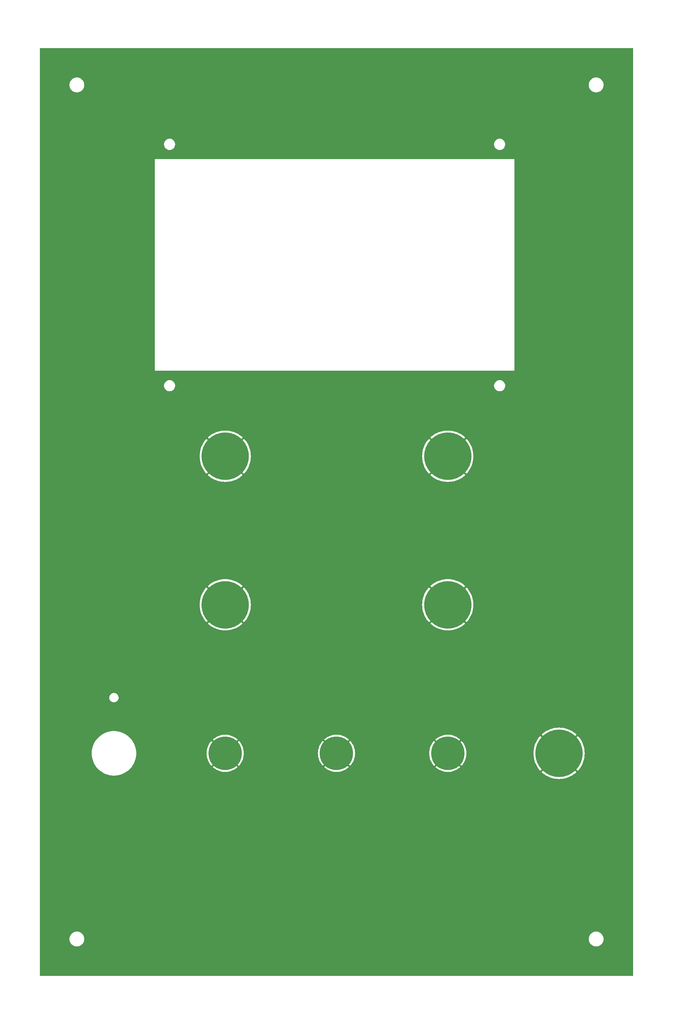
<source format=gbr>
%TF.GenerationSoftware,KiCad,Pcbnew,7.0.9*%
%TF.CreationDate,2024-02-29T19:14:21+00:00*%
%TF.ProjectId,Rpi-Zynthian-Panel,5270692d-5a79-46e7-9468-69616e2d5061,rev?*%
%TF.SameCoordinates,Original*%
%TF.FileFunction,Copper,L1,Top*%
%TF.FilePolarity,Positive*%
%FSLAX46Y46*%
G04 Gerber Fmt 4.6, Leading zero omitted, Abs format (unit mm)*
G04 Created by KiCad (PCBNEW 7.0.9) date 2024-02-29 19:14:21*
%MOMM*%
%LPD*%
G01*
G04 APERTURE LIST*
%TA.AperFunction,ComponentPad*%
%ADD10C,9.000000*%
%TD*%
%TA.AperFunction,ComponentPad*%
%ADD11C,12.800000*%
%TD*%
G04 APERTURE END LIST*
D10*
%TO.P,H7,1,1*%
%TO.N,GND*%
X110000000Y-190000000D03*
%TD*%
%TO.P,H6,1,1*%
%TO.N,GND*%
X80000000Y-190000000D03*
%TD*%
%TO.P,H5,1,1*%
%TO.N,GND*%
X50000000Y-190000000D03*
%TD*%
D11*
%TO.P,H8,1,1*%
%TO.N,GND*%
X140000000Y-190000000D03*
%TD*%
%TO.P,H4,1,1*%
%TO.N,GND*%
X110000000Y-150000000D03*
%TD*%
%TO.P,H3,1,1*%
%TO.N,GND*%
X50000000Y-150000000D03*
%TD*%
%TO.P,H2,1,1*%
%TO.N,GND*%
X110000000Y-110000000D03*
%TD*%
%TO.P,H1,1,1*%
%TO.N,GND*%
X50000000Y-110000000D03*
%TD*%
%TA.AperFunction,Conductor*%
%TO.N,GND*%
G36*
X159942539Y-69685D02*
G01*
X159988294Y-122489D01*
X159999500Y-174000D01*
X159999500Y-249806000D01*
X159979815Y-249873039D01*
X159927011Y-249918794D01*
X159875500Y-249930000D01*
X124500Y-249930000D01*
X57461Y-249910315D01*
X11706Y-249857511D01*
X500Y-249806000D01*
X500Y-240000000D01*
X7994390Y-240000000D01*
X8001745Y-240102844D01*
X8002390Y-240111853D01*
X8002548Y-240116277D01*
X8002548Y-240142860D01*
X8006331Y-240169172D01*
X8006804Y-240173574D01*
X8014804Y-240285428D01*
X8014805Y-240285435D01*
X8038638Y-240394996D01*
X8039424Y-240399350D01*
X8043210Y-240425675D01*
X8050700Y-240451187D01*
X8051794Y-240455474D01*
X8075630Y-240565046D01*
X8075631Y-240565047D01*
X8114819Y-240670117D01*
X8116216Y-240674315D01*
X8123706Y-240699819D01*
X8123707Y-240699823D01*
X8134747Y-240723996D01*
X8136440Y-240728084D01*
X8175632Y-240833159D01*
X8175635Y-240833166D01*
X8229375Y-240931582D01*
X8231356Y-240935540D01*
X8242398Y-240959719D01*
X8242401Y-240959724D01*
X8256769Y-240982081D01*
X8259027Y-240985887D01*
X8312773Y-241084314D01*
X8312776Y-241084318D01*
X8379976Y-241174087D01*
X8382500Y-241177722D01*
X8391577Y-241191846D01*
X8396873Y-241200086D01*
X8396875Y-241200088D01*
X8396882Y-241200097D01*
X8414284Y-241220180D01*
X8417055Y-241223618D01*
X8484261Y-241313395D01*
X8484264Y-241313398D01*
X8563545Y-241392679D01*
X8566562Y-241395919D01*
X8583973Y-241416013D01*
X8583976Y-241416016D01*
X8583980Y-241416020D01*
X8604084Y-241433440D01*
X8607307Y-241436441D01*
X8686605Y-241515739D01*
X8776395Y-241582954D01*
X8779803Y-241585701D01*
X8799914Y-241603127D01*
X8799916Y-241603128D01*
X8799920Y-241603132D01*
X8822277Y-241617499D01*
X8825914Y-241620024D01*
X8915682Y-241687224D01*
X8915690Y-241687229D01*
X9014109Y-241740970D01*
X9017916Y-241743229D01*
X9040278Y-241757600D01*
X9040283Y-241757602D01*
X9040286Y-241757604D01*
X9047992Y-241761122D01*
X9064472Y-241768649D01*
X9068410Y-241770620D01*
X9166839Y-241824367D01*
X9271914Y-241863558D01*
X9276002Y-241865252D01*
X9300179Y-241876293D01*
X9325691Y-241883784D01*
X9329872Y-241885175D01*
X9434954Y-241924369D01*
X9544548Y-241948209D01*
X9548813Y-241949299D01*
X9556581Y-241951579D01*
X9574326Y-241956790D01*
X9600684Y-241960579D01*
X9604956Y-241961350D01*
X9714572Y-241985196D01*
X9826453Y-241993197D01*
X9830816Y-241993667D01*
X9857137Y-241997451D01*
X9857138Y-241997452D01*
X9883721Y-241997452D01*
X9888143Y-241997609D01*
X9937344Y-242001128D01*
X9999999Y-242005610D01*
X10000000Y-242005610D01*
X10000001Y-242005610D01*
X10062655Y-242001128D01*
X10111856Y-241997609D01*
X10116279Y-241997452D01*
X10142861Y-241997452D01*
X10169231Y-241993660D01*
X10173512Y-241993200D01*
X10285428Y-241985196D01*
X10395038Y-241961351D01*
X10399342Y-241960575D01*
X10425674Y-241956790D01*
X10425676Y-241956789D01*
X10425678Y-241956789D01*
X10430822Y-241955278D01*
X10451205Y-241949293D01*
X10455438Y-241948212D01*
X10565046Y-241924369D01*
X10670144Y-241885169D01*
X10674299Y-241883786D01*
X10699821Y-241876293D01*
X10724040Y-241865232D01*
X10728046Y-241863572D01*
X10833161Y-241824367D01*
X10833167Y-241824363D01*
X10833171Y-241824362D01*
X10865333Y-241806799D01*
X10931601Y-241770614D01*
X10935515Y-241768654D01*
X10959722Y-241757600D01*
X10982111Y-241743211D01*
X10985878Y-241740976D01*
X11084315Y-241687226D01*
X11174113Y-241620004D01*
X11177710Y-241617506D01*
X11200086Y-241603127D01*
X11220196Y-241585701D01*
X11223597Y-241582960D01*
X11313395Y-241515739D01*
X11392719Y-241436414D01*
X11395908Y-241433446D01*
X11416020Y-241416020D01*
X11433446Y-241395908D01*
X11436414Y-241392719D01*
X11515739Y-241313395D01*
X11582960Y-241223597D01*
X11585701Y-241220196D01*
X11603127Y-241200086D01*
X11617506Y-241177710D01*
X11620004Y-241174113D01*
X11687226Y-241084315D01*
X11740976Y-240985878D01*
X11743211Y-240982111D01*
X11757600Y-240959722D01*
X11768654Y-240935515D01*
X11770614Y-240931601D01*
X11824367Y-240833161D01*
X11863572Y-240728046D01*
X11865232Y-240724040D01*
X11876293Y-240699821D01*
X11883786Y-240674299D01*
X11885169Y-240670144D01*
X11924369Y-240565046D01*
X11948212Y-240455438D01*
X11949293Y-240451205D01*
X11956790Y-240425674D01*
X11960575Y-240399342D01*
X11961351Y-240395038D01*
X11985196Y-240285428D01*
X11993198Y-240173540D01*
X11993666Y-240169192D01*
X11997452Y-240142861D01*
X11998107Y-240106109D01*
X11998250Y-240102901D01*
X12005610Y-240000000D01*
X147994390Y-240000000D01*
X148001745Y-240102844D01*
X148002390Y-240111853D01*
X148002548Y-240116277D01*
X148002548Y-240142860D01*
X148006331Y-240169172D01*
X148006804Y-240173574D01*
X148014804Y-240285428D01*
X148014805Y-240285435D01*
X148038638Y-240394996D01*
X148039424Y-240399350D01*
X148043210Y-240425675D01*
X148050700Y-240451187D01*
X148051794Y-240455474D01*
X148075630Y-240565046D01*
X148075631Y-240565047D01*
X148114819Y-240670117D01*
X148116216Y-240674315D01*
X148123706Y-240699819D01*
X148123707Y-240699823D01*
X148134747Y-240723996D01*
X148136440Y-240728084D01*
X148175632Y-240833159D01*
X148175635Y-240833166D01*
X148229375Y-240931582D01*
X148231356Y-240935540D01*
X148242398Y-240959719D01*
X148242401Y-240959724D01*
X148256769Y-240982081D01*
X148259027Y-240985887D01*
X148312773Y-241084314D01*
X148312776Y-241084318D01*
X148379976Y-241174087D01*
X148382500Y-241177722D01*
X148391577Y-241191846D01*
X148396873Y-241200086D01*
X148396875Y-241200088D01*
X148396882Y-241200097D01*
X148414284Y-241220180D01*
X148417055Y-241223618D01*
X148484261Y-241313395D01*
X148484264Y-241313398D01*
X148563545Y-241392679D01*
X148566562Y-241395919D01*
X148583973Y-241416013D01*
X148583976Y-241416016D01*
X148583980Y-241416020D01*
X148604084Y-241433440D01*
X148607307Y-241436441D01*
X148686605Y-241515739D01*
X148776395Y-241582954D01*
X148779803Y-241585701D01*
X148799914Y-241603127D01*
X148799916Y-241603128D01*
X148799920Y-241603132D01*
X148822277Y-241617499D01*
X148825914Y-241620024D01*
X148915682Y-241687224D01*
X148915690Y-241687229D01*
X149014109Y-241740970D01*
X149017916Y-241743229D01*
X149040278Y-241757600D01*
X149040283Y-241757602D01*
X149040286Y-241757604D01*
X149047992Y-241761122D01*
X149064472Y-241768649D01*
X149068410Y-241770620D01*
X149166839Y-241824367D01*
X149271914Y-241863558D01*
X149276002Y-241865252D01*
X149300179Y-241876293D01*
X149325691Y-241883784D01*
X149329872Y-241885175D01*
X149434954Y-241924369D01*
X149544548Y-241948209D01*
X149548813Y-241949299D01*
X149556581Y-241951579D01*
X149574326Y-241956790D01*
X149600684Y-241960579D01*
X149604956Y-241961350D01*
X149714572Y-241985196D01*
X149826453Y-241993197D01*
X149830816Y-241993667D01*
X149857137Y-241997451D01*
X149857138Y-241997452D01*
X149883721Y-241997452D01*
X149888143Y-241997609D01*
X149937344Y-242001128D01*
X149999999Y-242005610D01*
X150000000Y-242005610D01*
X150000001Y-242005610D01*
X150062655Y-242001128D01*
X150111856Y-241997609D01*
X150116279Y-241997452D01*
X150142861Y-241997452D01*
X150169231Y-241993660D01*
X150173512Y-241993200D01*
X150285428Y-241985196D01*
X150395038Y-241961351D01*
X150399342Y-241960575D01*
X150425674Y-241956790D01*
X150425676Y-241956789D01*
X150425678Y-241956789D01*
X150430822Y-241955278D01*
X150451205Y-241949293D01*
X150455438Y-241948212D01*
X150565046Y-241924369D01*
X150670144Y-241885169D01*
X150674299Y-241883786D01*
X150699821Y-241876293D01*
X150724040Y-241865232D01*
X150728046Y-241863572D01*
X150833161Y-241824367D01*
X150833167Y-241824363D01*
X150833171Y-241824362D01*
X150865333Y-241806799D01*
X150931601Y-241770614D01*
X150935515Y-241768654D01*
X150959722Y-241757600D01*
X150982111Y-241743211D01*
X150985878Y-241740976D01*
X151084315Y-241687226D01*
X151174113Y-241620004D01*
X151177710Y-241617506D01*
X151200086Y-241603127D01*
X151220196Y-241585701D01*
X151223597Y-241582960D01*
X151313395Y-241515739D01*
X151392719Y-241436414D01*
X151395908Y-241433446D01*
X151416020Y-241416020D01*
X151433446Y-241395908D01*
X151436414Y-241392719D01*
X151515739Y-241313395D01*
X151582960Y-241223597D01*
X151585701Y-241220196D01*
X151603127Y-241200086D01*
X151617506Y-241177710D01*
X151620004Y-241174113D01*
X151687226Y-241084315D01*
X151740976Y-240985878D01*
X151743211Y-240982111D01*
X151757600Y-240959722D01*
X151768654Y-240935515D01*
X151770614Y-240931601D01*
X151824367Y-240833161D01*
X151863572Y-240728046D01*
X151865232Y-240724040D01*
X151876293Y-240699821D01*
X151883786Y-240674299D01*
X151885169Y-240670144D01*
X151924369Y-240565046D01*
X151948212Y-240455438D01*
X151949293Y-240451205D01*
X151956790Y-240425674D01*
X151960575Y-240399342D01*
X151961351Y-240395038D01*
X151985196Y-240285428D01*
X151993198Y-240173540D01*
X151993666Y-240169192D01*
X151997452Y-240142861D01*
X151998107Y-240106109D01*
X151998250Y-240102901D01*
X152005610Y-240000000D01*
X151998250Y-239897102D01*
X151998107Y-239893889D01*
X151997452Y-239857139D01*
X151993663Y-239830789D01*
X151993197Y-239826450D01*
X151985196Y-239714572D01*
X151961350Y-239604956D01*
X151960579Y-239600684D01*
X151956790Y-239574326D01*
X151949299Y-239548813D01*
X151948205Y-239544528D01*
X151924369Y-239434954D01*
X151885175Y-239329872D01*
X151883783Y-239325687D01*
X151876293Y-239300179D01*
X151865252Y-239276002D01*
X151863558Y-239271914D01*
X151863553Y-239271900D01*
X151824367Y-239166839D01*
X151770620Y-239068410D01*
X151768646Y-239064466D01*
X151757600Y-239040278D01*
X151743224Y-239017908D01*
X151740970Y-239014109D01*
X151687229Y-238915690D01*
X151687224Y-238915682D01*
X151620024Y-238825914D01*
X151617499Y-238822277D01*
X151603132Y-238799920D01*
X151603128Y-238799916D01*
X151603127Y-238799914D01*
X151585701Y-238779803D01*
X151582954Y-238776395D01*
X151515739Y-238686605D01*
X151436443Y-238607309D01*
X151433440Y-238604084D01*
X151416020Y-238583980D01*
X151416016Y-238583976D01*
X151416013Y-238583973D01*
X151395919Y-238566562D01*
X151392679Y-238563545D01*
X151313398Y-238484264D01*
X151313395Y-238484261D01*
X151223619Y-238417055D01*
X151220180Y-238414284D01*
X151200097Y-238396882D01*
X151200091Y-238396877D01*
X151200086Y-238396873D01*
X151191846Y-238391577D01*
X151177722Y-238382500D01*
X151174087Y-238379976D01*
X151084318Y-238312776D01*
X151084314Y-238312773D01*
X150985887Y-238259027D01*
X150982081Y-238256769D01*
X150959724Y-238242401D01*
X150959719Y-238242398D01*
X150935540Y-238231356D01*
X150931582Y-238229375D01*
X150833166Y-238175635D01*
X150833159Y-238175632D01*
X150728084Y-238136440D01*
X150723996Y-238134747D01*
X150699823Y-238123707D01*
X150699819Y-238123706D01*
X150674315Y-238116216D01*
X150670117Y-238114819D01*
X150565047Y-238075631D01*
X150565046Y-238075630D01*
X150455474Y-238051794D01*
X150451187Y-238050700D01*
X150425675Y-238043210D01*
X150399350Y-238039424D01*
X150394996Y-238038638D01*
X150285435Y-238014805D01*
X150285428Y-238014804D01*
X150173574Y-238006804D01*
X150169174Y-238006331D01*
X150142861Y-238002548D01*
X150142860Y-238002548D01*
X150116279Y-238002548D01*
X150111856Y-238002390D01*
X150062655Y-237998871D01*
X150000001Y-237994390D01*
X149999999Y-237994390D01*
X149937344Y-237998871D01*
X149888143Y-238002390D01*
X149883721Y-238002548D01*
X149857135Y-238002548D01*
X149830824Y-238006331D01*
X149826424Y-238006804D01*
X149714571Y-238014804D01*
X149714564Y-238014805D01*
X149604995Y-238038641D01*
X149600644Y-238039425D01*
X149596162Y-238040070D01*
X149574333Y-238043208D01*
X149574323Y-238043211D01*
X149548813Y-238050699D01*
X149544528Y-238051793D01*
X149434950Y-238075631D01*
X149434947Y-238075632D01*
X149329884Y-238114818D01*
X149325687Y-238116215D01*
X149300181Y-238123705D01*
X149275988Y-238134753D01*
X149271900Y-238136446D01*
X149166845Y-238175630D01*
X149166831Y-238175636D01*
X149068420Y-238229372D01*
X149064466Y-238231351D01*
X149040278Y-238242399D01*
X149017908Y-238256775D01*
X149014104Y-238259032D01*
X148915688Y-238312771D01*
X148825903Y-238379981D01*
X148822271Y-238382503D01*
X148799913Y-238396872D01*
X148779821Y-238414282D01*
X148776376Y-238417058D01*
X148686619Y-238484249D01*
X148686604Y-238484261D01*
X148607309Y-238563555D01*
X148604071Y-238566569D01*
X148583979Y-238583979D01*
X148566569Y-238604071D01*
X148563555Y-238607309D01*
X148484261Y-238686604D01*
X148484249Y-238686619D01*
X148417058Y-238776376D01*
X148414282Y-238779821D01*
X148396872Y-238799913D01*
X148382503Y-238822271D01*
X148379981Y-238825903D01*
X148312771Y-238915688D01*
X148259032Y-239014104D01*
X148256775Y-239017908D01*
X148242399Y-239040278D01*
X148231351Y-239064466D01*
X148229372Y-239068420D01*
X148175636Y-239166831D01*
X148175630Y-239166845D01*
X148136446Y-239271900D01*
X148134753Y-239275988D01*
X148123705Y-239300181D01*
X148116215Y-239325687D01*
X148114818Y-239329884D01*
X148075632Y-239434947D01*
X148075631Y-239434950D01*
X148051793Y-239544528D01*
X148050699Y-239548813D01*
X148043211Y-239574323D01*
X148043208Y-239574333D01*
X148039427Y-239600639D01*
X148038641Y-239604995D01*
X148014805Y-239714564D01*
X148014804Y-239714571D01*
X148006804Y-239826424D01*
X148006331Y-239830824D01*
X148002548Y-239857135D01*
X148002548Y-239883721D01*
X148002390Y-239888143D01*
X147994390Y-240000000D01*
X12005610Y-240000000D01*
X11998250Y-239897102D01*
X11998107Y-239893889D01*
X11997452Y-239857139D01*
X11993663Y-239830789D01*
X11993197Y-239826450D01*
X11985196Y-239714572D01*
X11961350Y-239604956D01*
X11960579Y-239600684D01*
X11956790Y-239574326D01*
X11949299Y-239548813D01*
X11948205Y-239544528D01*
X11924369Y-239434954D01*
X11885175Y-239329872D01*
X11883783Y-239325687D01*
X11876293Y-239300179D01*
X11865252Y-239276002D01*
X11863558Y-239271914D01*
X11863553Y-239271900D01*
X11824367Y-239166839D01*
X11770620Y-239068410D01*
X11768646Y-239064466D01*
X11757600Y-239040278D01*
X11743224Y-239017908D01*
X11740970Y-239014109D01*
X11687229Y-238915690D01*
X11687224Y-238915682D01*
X11620024Y-238825914D01*
X11617499Y-238822277D01*
X11603132Y-238799920D01*
X11603128Y-238799916D01*
X11603127Y-238799914D01*
X11585701Y-238779803D01*
X11582954Y-238776395D01*
X11515739Y-238686605D01*
X11436443Y-238607309D01*
X11433440Y-238604084D01*
X11416020Y-238583980D01*
X11416016Y-238583976D01*
X11416013Y-238583973D01*
X11395919Y-238566562D01*
X11392679Y-238563545D01*
X11313398Y-238484264D01*
X11313395Y-238484261D01*
X11223619Y-238417055D01*
X11220180Y-238414284D01*
X11200097Y-238396882D01*
X11200091Y-238396877D01*
X11200086Y-238396873D01*
X11191846Y-238391577D01*
X11177722Y-238382500D01*
X11174087Y-238379976D01*
X11084318Y-238312776D01*
X11084314Y-238312773D01*
X10985887Y-238259027D01*
X10982081Y-238256769D01*
X10959724Y-238242401D01*
X10959719Y-238242398D01*
X10935540Y-238231356D01*
X10931582Y-238229375D01*
X10833166Y-238175635D01*
X10833159Y-238175632D01*
X10728084Y-238136440D01*
X10723996Y-238134747D01*
X10699823Y-238123707D01*
X10699819Y-238123706D01*
X10674315Y-238116216D01*
X10670117Y-238114819D01*
X10565047Y-238075631D01*
X10565046Y-238075630D01*
X10455474Y-238051794D01*
X10451187Y-238050700D01*
X10425675Y-238043210D01*
X10399350Y-238039424D01*
X10394996Y-238038638D01*
X10285435Y-238014805D01*
X10285428Y-238014804D01*
X10173574Y-238006804D01*
X10169174Y-238006331D01*
X10142861Y-238002548D01*
X10142860Y-238002548D01*
X10116279Y-238002548D01*
X10111856Y-238002390D01*
X10062655Y-237998871D01*
X10000001Y-237994390D01*
X9999999Y-237994390D01*
X9937344Y-237998871D01*
X9888143Y-238002390D01*
X9883721Y-238002548D01*
X9857135Y-238002548D01*
X9830824Y-238006331D01*
X9826424Y-238006804D01*
X9714571Y-238014804D01*
X9714564Y-238014805D01*
X9604995Y-238038641D01*
X9600644Y-238039425D01*
X9596162Y-238040070D01*
X9574333Y-238043208D01*
X9574323Y-238043211D01*
X9548813Y-238050699D01*
X9544528Y-238051793D01*
X9434950Y-238075631D01*
X9434947Y-238075632D01*
X9329884Y-238114818D01*
X9325687Y-238116215D01*
X9300181Y-238123705D01*
X9275988Y-238134753D01*
X9271900Y-238136446D01*
X9166845Y-238175630D01*
X9166831Y-238175636D01*
X9068420Y-238229372D01*
X9064466Y-238231351D01*
X9040278Y-238242399D01*
X9017908Y-238256775D01*
X9014104Y-238259032D01*
X8915688Y-238312771D01*
X8825903Y-238379981D01*
X8822271Y-238382503D01*
X8799913Y-238396872D01*
X8779821Y-238414282D01*
X8776376Y-238417058D01*
X8686619Y-238484249D01*
X8686604Y-238484261D01*
X8607309Y-238563555D01*
X8604071Y-238566569D01*
X8583979Y-238583979D01*
X8566569Y-238604071D01*
X8563555Y-238607309D01*
X8484261Y-238686604D01*
X8484249Y-238686619D01*
X8417058Y-238776376D01*
X8414282Y-238779821D01*
X8396872Y-238799913D01*
X8382503Y-238822271D01*
X8379981Y-238825903D01*
X8312771Y-238915688D01*
X8259032Y-239014104D01*
X8256775Y-239017908D01*
X8242399Y-239040278D01*
X8231351Y-239064466D01*
X8229372Y-239068420D01*
X8175636Y-239166831D01*
X8175630Y-239166845D01*
X8136446Y-239271900D01*
X8134753Y-239275988D01*
X8123705Y-239300181D01*
X8116215Y-239325687D01*
X8114818Y-239329884D01*
X8075632Y-239434947D01*
X8075631Y-239434950D01*
X8051793Y-239544528D01*
X8050699Y-239548813D01*
X8043211Y-239574323D01*
X8043208Y-239574333D01*
X8039427Y-239600639D01*
X8038641Y-239604995D01*
X8014805Y-239714564D01*
X8014804Y-239714571D01*
X8006804Y-239826424D01*
X8006331Y-239830824D01*
X8002548Y-239857135D01*
X8002548Y-239883721D01*
X8002390Y-239888143D01*
X7994390Y-240000000D01*
X500Y-240000000D01*
X500Y-190000000D01*
X13994630Y-190000000D01*
X14014104Y-190483231D01*
X14014104Y-190483230D01*
X14072398Y-190963332D01*
X14072398Y-190963331D01*
X14169136Y-191437184D01*
X14303691Y-191901717D01*
X14475186Y-192353913D01*
X14475186Y-192353912D01*
X14549420Y-192510356D01*
X14682509Y-192790835D01*
X14800902Y-192995898D01*
X14924326Y-193209673D01*
X14952548Y-193250559D01*
X15199050Y-193607680D01*
X15504916Y-193982297D01*
X15504919Y-193982300D01*
X15504919Y-193982301D01*
X15544968Y-194023996D01*
X15839934Y-194331088D01*
X15926092Y-194407417D01*
X16201925Y-194651784D01*
X16201925Y-194651783D01*
X16201932Y-194651789D01*
X16477941Y-194859197D01*
X16588564Y-194942325D01*
X16997318Y-195200805D01*
X16997319Y-195200805D01*
X17425549Y-195425557D01*
X17505473Y-195459609D01*
X17506466Y-195460063D01*
X17508179Y-195460762D01*
X17870466Y-195615118D01*
X17870468Y-195615118D01*
X17870476Y-195615122D01*
X17870475Y-195615122D01*
X17925099Y-195633357D01*
X17955301Y-195643440D01*
X17959089Y-195644845D01*
X17959815Y-195645142D01*
X17970660Y-195648567D01*
X18312310Y-195762628D01*
X18329204Y-195768268D01*
X18419812Y-195790601D01*
X18423646Y-195791678D01*
X18426727Y-195792651D01*
X18426730Y-195792651D01*
X18426735Y-195792653D01*
X18445698Y-195796980D01*
X18798772Y-195884005D01*
X18798780Y-195884006D01*
X18798783Y-195884007D01*
X18798782Y-195884007D01*
X18835648Y-195889998D01*
X18894784Y-195899608D01*
X18898598Y-195900352D01*
X18904125Y-195901614D01*
X18904126Y-195901614D01*
X18904130Y-195901615D01*
X18904131Y-195901615D01*
X18930137Y-195905354D01*
X19276131Y-195961584D01*
X19301444Y-195963627D01*
X19377059Y-195969731D01*
X19380844Y-195970155D01*
X19388808Y-195971301D01*
X19388804Y-195971301D01*
X19420723Y-195973257D01*
X19758186Y-196000500D01*
X19863417Y-196000500D01*
X19867211Y-196000616D01*
X19877558Y-196001250D01*
X19914316Y-196000500D01*
X20241813Y-196000500D01*
X20247916Y-196000007D01*
X20350772Y-195991703D01*
X20354386Y-195991520D01*
X20366905Y-195991265D01*
X20367125Y-195991261D01*
X20367123Y-195991261D01*
X20407671Y-195987110D01*
X20702402Y-195963316D01*
X20723868Y-195961584D01*
X20737833Y-195959314D01*
X20835739Y-195943402D01*
X20839287Y-195942932D01*
X20854245Y-195941402D01*
X20854244Y-195941402D01*
X20854255Y-195941401D01*
X20854252Y-195941401D01*
X20862871Y-195939800D01*
X20897653Y-195933340D01*
X21147248Y-195892777D01*
X21201218Y-195884007D01*
X21201217Y-195884007D01*
X21201219Y-195884006D01*
X21201228Y-195884005D01*
X21315238Y-195855904D01*
X21318700Y-195855156D01*
X21334708Y-195852183D01*
X21335676Y-195852004D01*
X21335679Y-195852003D01*
X21335682Y-195852003D01*
X21380958Y-195839705D01*
X21611011Y-195783003D01*
X21670796Y-195768268D01*
X21670799Y-195768267D01*
X21786097Y-195729774D01*
X21789389Y-195728778D01*
X21808230Y-195723661D01*
X21808229Y-195723661D01*
X21808234Y-195723660D01*
X21808233Y-195723660D01*
X21854504Y-195706936D01*
X22082282Y-195630892D01*
X22129529Y-195615120D01*
X22129528Y-195615120D01*
X22129534Y-195615118D01*
X22245185Y-195565843D01*
X22248325Y-195564607D01*
X22268745Y-195557228D01*
X22268747Y-195557227D01*
X22268750Y-195557226D01*
X22278462Y-195552790D01*
X22315168Y-195536026D01*
X22517573Y-195449789D01*
X22574451Y-195425557D01*
X22584561Y-195420251D01*
X22689498Y-195365175D01*
X22692472Y-195363717D01*
X22714161Y-195353813D01*
X22714160Y-195353813D01*
X22714172Y-195353808D01*
X22714169Y-195353809D01*
X22759971Y-195328189D01*
X23002681Y-195200805D01*
X23002680Y-195200805D01*
X23002685Y-195200803D01*
X23116073Y-195129100D01*
X23118845Y-195127450D01*
X23141516Y-195114770D01*
X23185995Y-195084884D01*
X23411436Y-194942325D01*
X23411436Y-194942326D01*
X23446079Y-194916292D01*
X23522097Y-194859168D01*
X23524695Y-194857321D01*
X23547964Y-194841688D01*
X23547963Y-194841688D01*
X23547970Y-194841684D01*
X23547969Y-194841685D01*
X23570248Y-194823917D01*
X23590480Y-194807781D01*
X23738594Y-194696481D01*
X23798060Y-194651796D01*
X23798060Y-194651795D01*
X23798059Y-194651795D01*
X23798068Y-194651789D01*
X23904903Y-194557141D01*
X23907288Y-194555136D01*
X23930801Y-194536386D01*
X23970793Y-194498767D01*
X24160066Y-194331088D01*
X24261996Y-194224966D01*
X24264116Y-194222868D01*
X24287479Y-194200894D01*
X24311113Y-194174716D01*
X24324446Y-194159951D01*
X24495087Y-193982294D01*
X24515176Y-193957687D01*
X24590935Y-193864900D01*
X24592858Y-193862661D01*
X24615624Y-193837447D01*
X24649138Y-193793615D01*
X24800948Y-193607683D01*
X24800949Y-193607682D01*
X24800949Y-193607683D01*
X24837127Y-193555268D01*
X24889570Y-193479291D01*
X24891284Y-193476932D01*
X24913054Y-193448462D01*
X24913054Y-193448461D01*
X24913060Y-193448454D01*
X24913059Y-193448454D01*
X24942810Y-193402158D01*
X25047452Y-193250559D01*
X25075677Y-193209669D01*
X25086822Y-193190363D01*
X25155948Y-193070634D01*
X25157400Y-193068250D01*
X25177788Y-193036528D01*
X25203515Y-192988245D01*
X25317491Y-192790835D01*
X25388280Y-192641648D01*
X25389532Y-192639161D01*
X25408064Y-192604386D01*
X25429556Y-192554662D01*
X25524817Y-192353905D01*
X25524821Y-192353897D01*
X25545355Y-192299748D01*
X25585021Y-192195158D01*
X25586029Y-192192671D01*
X25602351Y-192154913D01*
X25602351Y-192154914D01*
X25619521Y-192104189D01*
X25696309Y-191901717D01*
X25696850Y-191899850D01*
X25745229Y-191732826D01*
X25759355Y-191691099D01*
X25772132Y-191639947D01*
X25830865Y-191437179D01*
X25830865Y-191437178D01*
X25830867Y-191437172D01*
X25844306Y-191371340D01*
X25866985Y-191260249D01*
X25878032Y-191216031D01*
X25886449Y-191164907D01*
X25920048Y-191000327D01*
X25927602Y-190963331D01*
X25927602Y-190963332D01*
X25936058Y-190893686D01*
X25949951Y-190779261D01*
X25957591Y-190732871D01*
X25961728Y-190682267D01*
X25985896Y-190483232D01*
X25993561Y-190293030D01*
X25997503Y-190244833D01*
X25998179Y-190178424D01*
X26005370Y-190000000D01*
X44994960Y-190000000D01*
X45015108Y-190448638D01*
X45015109Y-190448647D01*
X45075393Y-190893686D01*
X45175325Y-191331519D01*
X45314106Y-191758642D01*
X45314109Y-191758650D01*
X45490609Y-192171594D01*
X45490613Y-192171602D01*
X45703433Y-192567087D01*
X45703433Y-192567088D01*
X45950833Y-192941883D01*
X45950834Y-192941884D01*
X46230846Y-193293008D01*
X46230857Y-193293021D01*
X46290765Y-193355680D01*
X47709265Y-191937180D01*
X47814181Y-192062214D01*
X48059701Y-192293850D01*
X46645135Y-193708417D01*
X46879403Y-193913093D01*
X46879420Y-193913106D01*
X47242734Y-194177070D01*
X47628270Y-194407417D01*
X47628285Y-194407425D01*
X48032876Y-194602265D01*
X48032892Y-194602271D01*
X48453352Y-194760073D01*
X48453368Y-194760079D01*
X48886266Y-194879551D01*
X49328150Y-194959741D01*
X49775453Y-194999999D01*
X49775457Y-195000000D01*
X50224543Y-195000000D01*
X50224546Y-194999999D01*
X50671849Y-194959741D01*
X51113733Y-194879551D01*
X51546631Y-194760079D01*
X51546647Y-194760073D01*
X51967107Y-194602271D01*
X51967123Y-194602265D01*
X52371714Y-194407425D01*
X52371729Y-194407417D01*
X52757265Y-194177070D01*
X53120579Y-193913106D01*
X53120609Y-193913082D01*
X53354863Y-193708418D01*
X53354863Y-193708417D01*
X51940297Y-192293851D01*
X52185819Y-192062214D01*
X52290734Y-191937181D01*
X53709233Y-193355680D01*
X53769151Y-193293011D01*
X53769154Y-193293008D01*
X54049165Y-192941884D01*
X54049166Y-192941883D01*
X54296566Y-192567088D01*
X54296566Y-192567087D01*
X54509386Y-192171602D01*
X54509390Y-192171594D01*
X54685890Y-191758650D01*
X54685893Y-191758642D01*
X54824674Y-191331519D01*
X54924606Y-190893686D01*
X54984890Y-190448647D01*
X54984891Y-190448638D01*
X55005040Y-190000000D01*
X74994960Y-190000000D01*
X75015108Y-190448638D01*
X75015109Y-190448647D01*
X75075393Y-190893686D01*
X75175325Y-191331519D01*
X75314106Y-191758642D01*
X75314109Y-191758650D01*
X75490609Y-192171594D01*
X75490613Y-192171602D01*
X75703433Y-192567087D01*
X75703433Y-192567088D01*
X75950833Y-192941883D01*
X75950834Y-192941884D01*
X76230846Y-193293008D01*
X76230857Y-193293021D01*
X76290765Y-193355680D01*
X77709265Y-191937180D01*
X77814181Y-192062214D01*
X78059701Y-192293850D01*
X76645135Y-193708417D01*
X76879403Y-193913093D01*
X76879420Y-193913106D01*
X77242734Y-194177070D01*
X77628270Y-194407417D01*
X77628285Y-194407425D01*
X78032876Y-194602265D01*
X78032892Y-194602271D01*
X78453352Y-194760073D01*
X78453368Y-194760079D01*
X78886266Y-194879551D01*
X79328150Y-194959741D01*
X79775453Y-194999999D01*
X79775457Y-195000000D01*
X80224543Y-195000000D01*
X80224546Y-194999999D01*
X80671849Y-194959741D01*
X81113733Y-194879551D01*
X81546631Y-194760079D01*
X81546647Y-194760073D01*
X81967107Y-194602271D01*
X81967123Y-194602265D01*
X82371714Y-194407425D01*
X82371729Y-194407417D01*
X82757265Y-194177070D01*
X83120579Y-193913106D01*
X83120609Y-193913082D01*
X83354863Y-193708418D01*
X83354863Y-193708417D01*
X81940297Y-192293851D01*
X82185819Y-192062214D01*
X82290734Y-191937181D01*
X83709233Y-193355680D01*
X83769151Y-193293011D01*
X83769154Y-193293008D01*
X84049165Y-192941884D01*
X84049166Y-192941883D01*
X84296566Y-192567088D01*
X84296566Y-192567087D01*
X84509386Y-192171602D01*
X84509390Y-192171594D01*
X84685890Y-191758650D01*
X84685893Y-191758642D01*
X84824674Y-191331519D01*
X84924606Y-190893686D01*
X84984890Y-190448647D01*
X84984891Y-190448638D01*
X85005040Y-190000000D01*
X104994960Y-190000000D01*
X105015108Y-190448638D01*
X105015109Y-190448647D01*
X105075393Y-190893686D01*
X105175325Y-191331519D01*
X105314106Y-191758642D01*
X105314109Y-191758650D01*
X105490609Y-192171594D01*
X105490613Y-192171602D01*
X105703433Y-192567087D01*
X105703433Y-192567088D01*
X105950833Y-192941883D01*
X105950834Y-192941884D01*
X106230846Y-193293008D01*
X106230857Y-193293021D01*
X106290765Y-193355680D01*
X107709265Y-191937180D01*
X107814181Y-192062214D01*
X108059701Y-192293850D01*
X106645135Y-193708417D01*
X106879403Y-193913093D01*
X106879420Y-193913106D01*
X107242734Y-194177070D01*
X107628270Y-194407417D01*
X107628285Y-194407425D01*
X108032876Y-194602265D01*
X108032892Y-194602271D01*
X108453352Y-194760073D01*
X108453368Y-194760079D01*
X108886266Y-194879551D01*
X109328150Y-194959741D01*
X109775453Y-194999999D01*
X109775457Y-195000000D01*
X110224543Y-195000000D01*
X110224546Y-194999999D01*
X110671849Y-194959741D01*
X111113733Y-194879551D01*
X111546631Y-194760079D01*
X111546647Y-194760073D01*
X111967107Y-194602271D01*
X111967123Y-194602265D01*
X112371714Y-194407425D01*
X112371729Y-194407417D01*
X112757265Y-194177070D01*
X113120579Y-193913106D01*
X113120609Y-193913082D01*
X113354863Y-193708418D01*
X113354863Y-193708417D01*
X111940297Y-192293851D01*
X112185819Y-192062214D01*
X112290734Y-191937181D01*
X113709233Y-193355680D01*
X113769151Y-193293011D01*
X113769154Y-193293008D01*
X114049165Y-192941884D01*
X114049166Y-192941883D01*
X114296566Y-192567088D01*
X114296566Y-192567087D01*
X114509386Y-192171602D01*
X114509390Y-192171594D01*
X114685890Y-191758650D01*
X114685893Y-191758642D01*
X114824674Y-191331519D01*
X114924606Y-190893686D01*
X114984890Y-190448647D01*
X114984891Y-190448638D01*
X115005040Y-190000000D01*
X133095171Y-190000000D01*
X133114477Y-190515994D01*
X133172291Y-191029101D01*
X133172290Y-191029101D01*
X133268289Y-191536471D01*
X133401930Y-192035223D01*
X133572473Y-192522609D01*
X133778967Y-192995898D01*
X134020241Y-193452411D01*
X134020240Y-193452410D01*
X134294961Y-193889626D01*
X134601585Y-194305087D01*
X134938400Y-194696474D01*
X134944186Y-194702260D01*
X136858477Y-192787968D01*
X137026570Y-192973430D01*
X137212030Y-193141521D01*
X135297739Y-195055813D01*
X135303526Y-195061600D01*
X135694913Y-195398415D01*
X136110374Y-195705039D01*
X136547589Y-195979760D01*
X136547588Y-195979759D01*
X137004102Y-196221033D01*
X137477391Y-196427527D01*
X137964777Y-196598070D01*
X138463529Y-196731711D01*
X138970899Y-196827710D01*
X138970899Y-196827709D01*
X139484006Y-196885523D01*
X140000000Y-196904829D01*
X140515994Y-196885523D01*
X141029101Y-196827709D01*
X141029101Y-196827710D01*
X141536471Y-196731711D01*
X142035223Y-196598070D01*
X142522609Y-196427527D01*
X142995898Y-196221033D01*
X143452411Y-195979759D01*
X143452410Y-195979760D01*
X143889626Y-195705039D01*
X144305087Y-195398415D01*
X144696481Y-195061593D01*
X144696481Y-195061594D01*
X144702260Y-195055813D01*
X142787968Y-193141521D01*
X142973430Y-192973430D01*
X143141521Y-192787969D01*
X145055811Y-194702259D01*
X145055813Y-194702260D01*
X145061594Y-194696481D01*
X145061593Y-194696481D01*
X145398415Y-194305087D01*
X145705039Y-193889626D01*
X145979760Y-193452411D01*
X145979759Y-193452412D01*
X146221033Y-192995898D01*
X146427527Y-192522609D01*
X146598070Y-192035223D01*
X146731711Y-191536471D01*
X146827710Y-191029101D01*
X146827709Y-191029101D01*
X146885523Y-190515994D01*
X146904829Y-190000000D01*
X146885523Y-189484006D01*
X146827709Y-188970899D01*
X146827710Y-188970899D01*
X146731711Y-188463529D01*
X146598070Y-187964777D01*
X146427527Y-187477391D01*
X146221033Y-187004102D01*
X145979759Y-186547589D01*
X145979760Y-186547590D01*
X145705039Y-186110374D01*
X145398415Y-185694913D01*
X145061600Y-185303526D01*
X145055813Y-185297739D01*
X143141521Y-187212030D01*
X142973430Y-187026570D01*
X142787968Y-186858477D01*
X144702260Y-184944186D01*
X144696474Y-184938400D01*
X144305087Y-184601585D01*
X143889626Y-184294961D01*
X143452411Y-184020240D01*
X143452412Y-184020241D01*
X142995898Y-183778967D01*
X142522609Y-183572473D01*
X142035223Y-183401930D01*
X141536471Y-183268289D01*
X141029101Y-183172290D01*
X141029101Y-183172291D01*
X140515994Y-183114477D01*
X140000000Y-183095171D01*
X139484006Y-183114477D01*
X138970899Y-183172291D01*
X138970899Y-183172290D01*
X138463529Y-183268289D01*
X137964777Y-183401930D01*
X137477391Y-183572473D01*
X137004102Y-183778967D01*
X136547588Y-184020241D01*
X136547589Y-184020240D01*
X136110374Y-184294961D01*
X135694913Y-184601585D01*
X135303519Y-184938406D01*
X135297739Y-184944185D01*
X135297738Y-184944185D01*
X137212031Y-186858478D01*
X137026570Y-187026570D01*
X136858478Y-187212031D01*
X134944185Y-185297738D01*
X134944185Y-185297739D01*
X134938406Y-185303519D01*
X134601585Y-185694913D01*
X134294961Y-186110374D01*
X134020240Y-186547590D01*
X134020241Y-186547589D01*
X133778967Y-187004102D01*
X133572473Y-187477391D01*
X133401930Y-187964777D01*
X133268289Y-188463529D01*
X133172290Y-188970899D01*
X133172291Y-188970899D01*
X133114477Y-189484006D01*
X133095171Y-190000000D01*
X115005040Y-190000000D01*
X115005040Y-189999996D01*
X114984891Y-189551361D01*
X114984890Y-189551352D01*
X114924606Y-189106313D01*
X114824674Y-188668480D01*
X114685893Y-188241357D01*
X114685890Y-188241349D01*
X114509390Y-187828405D01*
X114509386Y-187828397D01*
X114296566Y-187432912D01*
X114296566Y-187432911D01*
X114049166Y-187058116D01*
X114049165Y-187058115D01*
X113769153Y-186706991D01*
X113769142Y-186706978D01*
X113709233Y-186644318D01*
X112290733Y-188062817D01*
X112185819Y-187937786D01*
X111940296Y-187706147D01*
X113354863Y-186291581D01*
X113120596Y-186086906D01*
X113120579Y-186086893D01*
X112757265Y-185822929D01*
X112371729Y-185592582D01*
X112371714Y-185592574D01*
X111967123Y-185397734D01*
X111967107Y-185397728D01*
X111546647Y-185239926D01*
X111546631Y-185239920D01*
X111113733Y-185120448D01*
X110671849Y-185040258D01*
X110224546Y-185000000D01*
X109775453Y-185000000D01*
X109328150Y-185040258D01*
X108886266Y-185120448D01*
X108453368Y-185239920D01*
X108453352Y-185239926D01*
X108032892Y-185397728D01*
X108032876Y-185397734D01*
X107628285Y-185592574D01*
X107628270Y-185592582D01*
X107242734Y-185822929D01*
X106879420Y-186086893D01*
X106879403Y-186086906D01*
X106645135Y-186291581D01*
X108059702Y-187706148D01*
X107814181Y-187937786D01*
X107709265Y-188062819D01*
X106290765Y-186644319D01*
X106230846Y-186706990D01*
X105950834Y-187058115D01*
X105950833Y-187058116D01*
X105703433Y-187432911D01*
X105703433Y-187432912D01*
X105490613Y-187828397D01*
X105490609Y-187828405D01*
X105314109Y-188241349D01*
X105314106Y-188241357D01*
X105175325Y-188668480D01*
X105075393Y-189106313D01*
X105015109Y-189551352D01*
X105015108Y-189551361D01*
X104994960Y-189999996D01*
X104994960Y-190000000D01*
X85005040Y-190000000D01*
X85005040Y-189999996D01*
X84984891Y-189551361D01*
X84984890Y-189551352D01*
X84924606Y-189106313D01*
X84824674Y-188668480D01*
X84685893Y-188241357D01*
X84685890Y-188241349D01*
X84509390Y-187828405D01*
X84509386Y-187828397D01*
X84296566Y-187432912D01*
X84296566Y-187432911D01*
X84049166Y-187058116D01*
X84049165Y-187058115D01*
X83769153Y-186706991D01*
X83769142Y-186706978D01*
X83709233Y-186644318D01*
X82290733Y-188062817D01*
X82185819Y-187937786D01*
X81940296Y-187706147D01*
X83354863Y-186291581D01*
X83120596Y-186086906D01*
X83120579Y-186086893D01*
X82757265Y-185822929D01*
X82371729Y-185592582D01*
X82371714Y-185592574D01*
X81967123Y-185397734D01*
X81967107Y-185397728D01*
X81546647Y-185239926D01*
X81546631Y-185239920D01*
X81113733Y-185120448D01*
X80671849Y-185040258D01*
X80224546Y-185000000D01*
X79775453Y-185000000D01*
X79328150Y-185040258D01*
X78886266Y-185120448D01*
X78453368Y-185239920D01*
X78453352Y-185239926D01*
X78032892Y-185397728D01*
X78032876Y-185397734D01*
X77628285Y-185592574D01*
X77628270Y-185592582D01*
X77242734Y-185822929D01*
X76879420Y-186086893D01*
X76879403Y-186086906D01*
X76645135Y-186291581D01*
X78059702Y-187706148D01*
X77814181Y-187937786D01*
X77709265Y-188062819D01*
X76290765Y-186644319D01*
X76230846Y-186706990D01*
X75950834Y-187058115D01*
X75950833Y-187058116D01*
X75703433Y-187432911D01*
X75703433Y-187432912D01*
X75490613Y-187828397D01*
X75490609Y-187828405D01*
X75314109Y-188241349D01*
X75314106Y-188241357D01*
X75175325Y-188668480D01*
X75075393Y-189106313D01*
X75015109Y-189551352D01*
X75015108Y-189551361D01*
X74994960Y-189999996D01*
X74994960Y-190000000D01*
X55005040Y-190000000D01*
X55005040Y-189999996D01*
X54984891Y-189551361D01*
X54984890Y-189551352D01*
X54924606Y-189106313D01*
X54824674Y-188668480D01*
X54685893Y-188241357D01*
X54685890Y-188241349D01*
X54509390Y-187828405D01*
X54509386Y-187828397D01*
X54296566Y-187432912D01*
X54296566Y-187432911D01*
X54049166Y-187058116D01*
X54049165Y-187058115D01*
X53769153Y-186706991D01*
X53769142Y-186706978D01*
X53709233Y-186644318D01*
X52290733Y-188062817D01*
X52185819Y-187937786D01*
X51940296Y-187706147D01*
X53354863Y-186291581D01*
X53120596Y-186086906D01*
X53120579Y-186086893D01*
X52757265Y-185822929D01*
X52371729Y-185592582D01*
X52371714Y-185592574D01*
X51967123Y-185397734D01*
X51967107Y-185397728D01*
X51546647Y-185239926D01*
X51546631Y-185239920D01*
X51113733Y-185120448D01*
X50671849Y-185040258D01*
X50224546Y-185000000D01*
X49775453Y-185000000D01*
X49328150Y-185040258D01*
X48886266Y-185120448D01*
X48453368Y-185239920D01*
X48453352Y-185239926D01*
X48032892Y-185397728D01*
X48032876Y-185397734D01*
X47628285Y-185592574D01*
X47628270Y-185592582D01*
X47242734Y-185822929D01*
X46879420Y-186086893D01*
X46879403Y-186086906D01*
X46645135Y-186291581D01*
X48059702Y-187706148D01*
X47814181Y-187937786D01*
X47709265Y-188062819D01*
X46290765Y-186644319D01*
X46230846Y-186706990D01*
X45950834Y-187058115D01*
X45950833Y-187058116D01*
X45703433Y-187432911D01*
X45703433Y-187432912D01*
X45490613Y-187828397D01*
X45490609Y-187828405D01*
X45314109Y-188241349D01*
X45314106Y-188241357D01*
X45175325Y-188668480D01*
X45075393Y-189106313D01*
X45015109Y-189551352D01*
X45015108Y-189551361D01*
X44994960Y-189999996D01*
X44994960Y-190000000D01*
X26005370Y-190000000D01*
X25998179Y-189821575D01*
X25997503Y-189755167D01*
X25993561Y-189706969D01*
X25985896Y-189516768D01*
X25961729Y-189317735D01*
X25957591Y-189267130D01*
X25949950Y-189220728D01*
X25944960Y-189179633D01*
X25936058Y-189106313D01*
X25927602Y-189036668D01*
X25927602Y-189036669D01*
X25927601Y-189036668D01*
X25919198Y-188995508D01*
X25886449Y-188835091D01*
X25878032Y-188783969D01*
X25866984Y-188739744D01*
X25831152Y-188564226D01*
X25830867Y-188562828D01*
X25811932Y-188497458D01*
X25772141Y-188360083D01*
X25759355Y-188308901D01*
X25745227Y-188267168D01*
X25696312Y-188098292D01*
X25619517Y-187895801D01*
X25602352Y-187845091D01*
X25602351Y-187845087D01*
X25586047Y-187807370D01*
X25585010Y-187804812D01*
X25524817Y-187646095D01*
X25429558Y-187445342D01*
X25408064Y-187395614D01*
X25389541Y-187360853D01*
X25388261Y-187358310D01*
X25318785Y-187211893D01*
X25317491Y-187209165D01*
X25203521Y-187011765D01*
X25177788Y-186963472D01*
X25177785Y-186963468D01*
X25177786Y-186963468D01*
X25168674Y-186949291D01*
X25157426Y-186931789D01*
X25155937Y-186929347D01*
X25103209Y-186838019D01*
X25075684Y-186790342D01*
X24942820Y-186597855D01*
X24913058Y-186551544D01*
X24913057Y-186551542D01*
X24913054Y-186551538D01*
X24891304Y-186523093D01*
X24889541Y-186520667D01*
X24800950Y-186392320D01*
X24718699Y-186291581D01*
X24649152Y-186206401D01*
X24615624Y-186162553D01*
X24592888Y-186137371D01*
X24590904Y-186135061D01*
X24495084Y-186017703D01*
X24324440Y-185840044D01*
X24287484Y-185799112D01*
X24287479Y-185799106D01*
X24264171Y-185777182D01*
X24261937Y-185774970D01*
X24160071Y-185668917D01*
X24160066Y-185668912D01*
X23970802Y-185501239D01*
X23930800Y-185463613D01*
X23907328Y-185444895D01*
X23904870Y-185442828D01*
X23798075Y-185348217D01*
X23798073Y-185348215D01*
X23798068Y-185348211D01*
X23590496Y-185192230D01*
X23576190Y-185180821D01*
X23547964Y-185158312D01*
X23524716Y-185142692D01*
X23522070Y-185140811D01*
X23411436Y-185057675D01*
X23186015Y-184915127D01*
X23141515Y-184885229D01*
X23118885Y-184872570D01*
X23116015Y-184870862D01*
X23002691Y-184799200D01*
X22759972Y-184671811D01*
X22714160Y-184646186D01*
X22692505Y-184636296D01*
X22689449Y-184634798D01*
X22574452Y-184574443D01*
X22574451Y-184574443D01*
X22315186Y-184463981D01*
X22268748Y-184442773D01*
X22268747Y-184442773D01*
X22268745Y-184442772D01*
X22261405Y-184440119D01*
X22248387Y-184435414D01*
X22245160Y-184434145D01*
X22194914Y-184412737D01*
X22129534Y-184384882D01*
X22129524Y-184384878D01*
X21854526Y-184293070D01*
X21808231Y-184276339D01*
X21789461Y-184271241D01*
X21786079Y-184270218D01*
X21709747Y-184244736D01*
X21670799Y-184231733D01*
X21670796Y-184231732D01*
X21380972Y-184160297D01*
X21353172Y-184152747D01*
X21335682Y-184147997D01*
X21335677Y-184147996D01*
X21318743Y-184144851D01*
X21315226Y-184144092D01*
X21201230Y-184115995D01*
X21201229Y-184115995D01*
X20897678Y-184066663D01*
X20854243Y-184058597D01*
X20839332Y-184057071D01*
X20835701Y-184056590D01*
X20723869Y-184038416D01*
X20723868Y-184038416D01*
X20407691Y-184012891D01*
X20367116Y-184008738D01*
X20367118Y-184008738D01*
X20354449Y-184008480D01*
X20350724Y-184008292D01*
X20241813Y-183999500D01*
X20241812Y-183999500D01*
X19914316Y-183999500D01*
X19877558Y-183998750D01*
X19877557Y-183998750D01*
X19877555Y-183998750D01*
X19867211Y-183999384D01*
X19863417Y-183999500D01*
X19758187Y-183999500D01*
X19420721Y-184026743D01*
X19407015Y-184027583D01*
X19388808Y-184028699D01*
X19388801Y-184028700D01*
X19388799Y-184028700D01*
X19380869Y-184029839D01*
X19377043Y-184030268D01*
X19276133Y-184038416D01*
X18930136Y-184094646D01*
X18904117Y-184098387D01*
X18904113Y-184098388D01*
X18898614Y-184099642D01*
X18894772Y-184100392D01*
X18808607Y-184114396D01*
X18798772Y-184115995D01*
X18699043Y-184140575D01*
X18445725Y-184203012D01*
X18426735Y-184207347D01*
X18426247Y-184207500D01*
X18423623Y-184208329D01*
X18419806Y-184209400D01*
X18329207Y-184231731D01*
X17970681Y-184351424D01*
X17959811Y-184354859D01*
X17959781Y-184354870D01*
X17959017Y-184355181D01*
X17955259Y-184356572D01*
X17870542Y-184384856D01*
X17870466Y-184384882D01*
X17814174Y-184408865D01*
X17508178Y-184539237D01*
X17506459Y-184539940D01*
X17505463Y-184540394D01*
X17445671Y-184565869D01*
X17425543Y-184574446D01*
X17307698Y-184636296D01*
X16997319Y-184799195D01*
X16997318Y-184799195D01*
X16997315Y-184799197D01*
X16588561Y-185057677D01*
X16201932Y-185348211D01*
X16201925Y-185348217D01*
X16201925Y-185348216D01*
X15939574Y-185580638D01*
X15839934Y-185668912D01*
X15699438Y-185815184D01*
X15504919Y-186017699D01*
X15504916Y-186017703D01*
X15199050Y-186392320D01*
X15089146Y-186551544D01*
X14924326Y-186790327D01*
X14924323Y-186790331D01*
X14924321Y-186790335D01*
X14682509Y-187209165D01*
X14681215Y-187211893D01*
X14475187Y-187646087D01*
X14475186Y-187646088D01*
X14475186Y-187646087D01*
X14364560Y-187937786D01*
X14303688Y-188098292D01*
X14242684Y-188308901D01*
X14169136Y-188562816D01*
X14072398Y-189036669D01*
X14072398Y-189036668D01*
X14044415Y-189267130D01*
X14014104Y-189516768D01*
X14014104Y-189516769D01*
X13994630Y-190000000D01*
X500Y-190000000D01*
X500Y-175056330D01*
X18745710Y-175056330D01*
X18775925Y-175279387D01*
X18775926Y-175279390D01*
X18845483Y-175493465D01*
X18952146Y-175691678D01*
X18952148Y-175691681D01*
X19092489Y-175867663D01*
X19092491Y-175867664D01*
X19092492Y-175867666D01*
X19262004Y-176015765D01*
X19455236Y-176131215D01*
X19665976Y-176210307D01*
X19887450Y-176250500D01*
X19887453Y-176250500D01*
X20056148Y-176250500D01*
X20056155Y-176250500D01*
X20224188Y-176235377D01*
X20224192Y-176235376D01*
X20441160Y-176175496D01*
X20441162Y-176175495D01*
X20441170Y-176175493D01*
X20643973Y-176077829D01*
X20826078Y-175945522D01*
X20981632Y-175782825D01*
X21105635Y-175594968D01*
X21194103Y-175387988D01*
X21244191Y-175168537D01*
X21254290Y-174943670D01*
X21224075Y-174720613D01*
X21154517Y-174506536D01*
X21047852Y-174308319D01*
X20907508Y-174132334D01*
X20737996Y-173984235D01*
X20544764Y-173868785D01*
X20426775Y-173824503D01*
X20334023Y-173789692D01*
X20112550Y-173749500D01*
X20112547Y-173749500D01*
X19943845Y-173749500D01*
X19905399Y-173752960D01*
X19775813Y-173764622D01*
X19775807Y-173764623D01*
X19558839Y-173824503D01*
X19558826Y-173824508D01*
X19356033Y-173922167D01*
X19356025Y-173922171D01*
X19173927Y-174054473D01*
X19173925Y-174054474D01*
X19018366Y-174217176D01*
X18894363Y-174405033D01*
X18805899Y-174612004D01*
X18805895Y-174612017D01*
X18755810Y-174831457D01*
X18755808Y-174831468D01*
X18750769Y-174943674D01*
X18745710Y-175056330D01*
X500Y-175056330D01*
X500Y-150000000D01*
X43095171Y-150000000D01*
X43114477Y-150515994D01*
X43172291Y-151029101D01*
X43172290Y-151029101D01*
X43268289Y-151536471D01*
X43401930Y-152035223D01*
X43572473Y-152522609D01*
X43778967Y-152995898D01*
X44020241Y-153452411D01*
X44020240Y-153452410D01*
X44294961Y-153889626D01*
X44601585Y-154305087D01*
X44938400Y-154696474D01*
X44944186Y-154702260D01*
X46858477Y-152787968D01*
X47026570Y-152973430D01*
X47212030Y-153141521D01*
X45297739Y-155055812D01*
X45303526Y-155061599D01*
X45303526Y-155061600D01*
X45694913Y-155398415D01*
X46110374Y-155705039D01*
X46547589Y-155979760D01*
X46547588Y-155979759D01*
X47004102Y-156221033D01*
X47477391Y-156427527D01*
X47964777Y-156598070D01*
X48463529Y-156731711D01*
X48970899Y-156827710D01*
X48970899Y-156827709D01*
X49484006Y-156885523D01*
X50000000Y-156904829D01*
X50515994Y-156885523D01*
X51029101Y-156827709D01*
X51029101Y-156827710D01*
X51536471Y-156731711D01*
X52035223Y-156598070D01*
X52522609Y-156427527D01*
X52995898Y-156221033D01*
X53452411Y-155979759D01*
X53452410Y-155979760D01*
X53889626Y-155705039D01*
X54305087Y-155398415D01*
X54696481Y-155061593D01*
X54696481Y-155061594D01*
X54702260Y-155055813D01*
X52787968Y-153141521D01*
X52973430Y-152973430D01*
X53141521Y-152787968D01*
X55055813Y-154702260D01*
X55061594Y-154696481D01*
X55061593Y-154696481D01*
X55398415Y-154305087D01*
X55705039Y-153889626D01*
X55979760Y-153452411D01*
X55979759Y-153452412D01*
X56221033Y-152995898D01*
X56427527Y-152522609D01*
X56598070Y-152035223D01*
X56731711Y-151536471D01*
X56827710Y-151029101D01*
X56827709Y-151029101D01*
X56885523Y-150515994D01*
X56904829Y-150000000D01*
X103095171Y-150000000D01*
X103114477Y-150515994D01*
X103172291Y-151029101D01*
X103172290Y-151029101D01*
X103268289Y-151536471D01*
X103401930Y-152035223D01*
X103572473Y-152522609D01*
X103778967Y-152995898D01*
X104020241Y-153452411D01*
X104020240Y-153452410D01*
X104294961Y-153889626D01*
X104601585Y-154305087D01*
X104938400Y-154696474D01*
X104944186Y-154702260D01*
X106858477Y-152787968D01*
X107026570Y-152973430D01*
X107212030Y-153141521D01*
X105297739Y-155055813D01*
X105303526Y-155061600D01*
X105694913Y-155398415D01*
X106110374Y-155705039D01*
X106547589Y-155979760D01*
X106547588Y-155979759D01*
X107004102Y-156221033D01*
X107477391Y-156427527D01*
X107964777Y-156598070D01*
X108463529Y-156731711D01*
X108970899Y-156827710D01*
X108970899Y-156827709D01*
X109484006Y-156885523D01*
X110000000Y-156904829D01*
X110515994Y-156885523D01*
X111029101Y-156827709D01*
X111029101Y-156827710D01*
X111536471Y-156731711D01*
X112035223Y-156598070D01*
X112522609Y-156427527D01*
X112995898Y-156221033D01*
X113452411Y-155979759D01*
X113452410Y-155979760D01*
X113889626Y-155705039D01*
X114305087Y-155398415D01*
X114696481Y-155061593D01*
X114696481Y-155061594D01*
X114702260Y-155055813D01*
X112787968Y-153141521D01*
X112973430Y-152973430D01*
X113141521Y-152787969D01*
X115055811Y-154702259D01*
X115055813Y-154702260D01*
X115061594Y-154696481D01*
X115061593Y-154696481D01*
X115398415Y-154305087D01*
X115705039Y-153889626D01*
X115979760Y-153452411D01*
X115979759Y-153452412D01*
X116221033Y-152995898D01*
X116427527Y-152522609D01*
X116598070Y-152035223D01*
X116731711Y-151536471D01*
X116827710Y-151029101D01*
X116827709Y-151029101D01*
X116885523Y-150515994D01*
X116904829Y-150000000D01*
X116885523Y-149484006D01*
X116827709Y-148970899D01*
X116827710Y-148970899D01*
X116731711Y-148463529D01*
X116598070Y-147964777D01*
X116427527Y-147477391D01*
X116221033Y-147004102D01*
X115979759Y-146547589D01*
X115979760Y-146547590D01*
X115705039Y-146110374D01*
X115398415Y-145694913D01*
X115061600Y-145303526D01*
X115055813Y-145297739D01*
X113141521Y-147212030D01*
X112973430Y-147026570D01*
X112787968Y-146858477D01*
X114702260Y-144944186D01*
X114696474Y-144938400D01*
X114305087Y-144601585D01*
X113889626Y-144294961D01*
X113452411Y-144020240D01*
X113452412Y-144020241D01*
X112995898Y-143778967D01*
X112522609Y-143572473D01*
X112035223Y-143401930D01*
X111536471Y-143268289D01*
X111029101Y-143172290D01*
X111029101Y-143172291D01*
X110515994Y-143114477D01*
X110000000Y-143095171D01*
X109484006Y-143114477D01*
X108970899Y-143172291D01*
X108970899Y-143172290D01*
X108463529Y-143268289D01*
X107964777Y-143401930D01*
X107477391Y-143572473D01*
X107004102Y-143778967D01*
X106547588Y-144020241D01*
X106547589Y-144020240D01*
X106110374Y-144294961D01*
X105694913Y-144601585D01*
X105303519Y-144938406D01*
X105297739Y-144944185D01*
X105297738Y-144944185D01*
X107212031Y-146858478D01*
X107026570Y-147026570D01*
X106858478Y-147212031D01*
X104944185Y-145297738D01*
X104944185Y-145297739D01*
X104938406Y-145303519D01*
X104601585Y-145694913D01*
X104294961Y-146110374D01*
X104020240Y-146547590D01*
X104020241Y-146547589D01*
X103778967Y-147004102D01*
X103572473Y-147477391D01*
X103401930Y-147964777D01*
X103268289Y-148463529D01*
X103172290Y-148970899D01*
X103172291Y-148970899D01*
X103114477Y-149484006D01*
X103095171Y-150000000D01*
X56904829Y-150000000D01*
X56885523Y-149484006D01*
X56827709Y-148970899D01*
X56827710Y-148970899D01*
X56731711Y-148463529D01*
X56598070Y-147964777D01*
X56427527Y-147477391D01*
X56221033Y-147004102D01*
X55979759Y-146547589D01*
X55979760Y-146547590D01*
X55705039Y-146110374D01*
X55398415Y-145694913D01*
X55061600Y-145303526D01*
X55055813Y-145297739D01*
X53141521Y-147212030D01*
X52973430Y-147026570D01*
X52787968Y-146858477D01*
X54702260Y-144944186D01*
X54696474Y-144938400D01*
X54305087Y-144601585D01*
X53889626Y-144294961D01*
X53452411Y-144020240D01*
X53452412Y-144020241D01*
X52995898Y-143778967D01*
X52522609Y-143572473D01*
X52035223Y-143401930D01*
X51536471Y-143268289D01*
X51029101Y-143172290D01*
X51029101Y-143172291D01*
X50515994Y-143114477D01*
X50000000Y-143095171D01*
X49484006Y-143114477D01*
X48970899Y-143172291D01*
X48970899Y-143172290D01*
X48463529Y-143268289D01*
X47964777Y-143401930D01*
X47477391Y-143572473D01*
X47004102Y-143778967D01*
X46547588Y-144020241D01*
X46547589Y-144020240D01*
X46110374Y-144294961D01*
X45694913Y-144601585D01*
X45303519Y-144938406D01*
X45297739Y-144944185D01*
X45297738Y-144944185D01*
X47212031Y-146858478D01*
X47026570Y-147026570D01*
X46858478Y-147212031D01*
X44944185Y-145297738D01*
X44944185Y-145297739D01*
X44938406Y-145303519D01*
X44601585Y-145694913D01*
X44294961Y-146110374D01*
X44020240Y-146547590D01*
X44020241Y-146547589D01*
X43778967Y-147004102D01*
X43572473Y-147477391D01*
X43401930Y-147964777D01*
X43268289Y-148463529D01*
X43172290Y-148970899D01*
X43172291Y-148970899D01*
X43114477Y-149484006D01*
X43095171Y-150000000D01*
X500Y-150000000D01*
X500Y-110000000D01*
X43095171Y-110000000D01*
X43114477Y-110515994D01*
X43172291Y-111029101D01*
X43172290Y-111029101D01*
X43268289Y-111536471D01*
X43401930Y-112035223D01*
X43572473Y-112522609D01*
X43778967Y-112995898D01*
X44020241Y-113452411D01*
X44020240Y-113452410D01*
X44294961Y-113889626D01*
X44601585Y-114305087D01*
X44938400Y-114696474D01*
X44944186Y-114702260D01*
X46858477Y-112787968D01*
X47026570Y-112973430D01*
X47212030Y-113141521D01*
X45297739Y-115055812D01*
X45303526Y-115061599D01*
X45303526Y-115061600D01*
X45694913Y-115398415D01*
X46110374Y-115705039D01*
X46547589Y-115979760D01*
X46547588Y-115979759D01*
X47004102Y-116221033D01*
X47477391Y-116427527D01*
X47964777Y-116598070D01*
X48463529Y-116731711D01*
X48970899Y-116827710D01*
X48970899Y-116827709D01*
X49484006Y-116885523D01*
X50000000Y-116904829D01*
X50515994Y-116885523D01*
X51029101Y-116827709D01*
X51029101Y-116827710D01*
X51536471Y-116731711D01*
X52035223Y-116598070D01*
X52522609Y-116427527D01*
X52995898Y-116221033D01*
X53452411Y-115979759D01*
X53452410Y-115979760D01*
X53889626Y-115705039D01*
X54305087Y-115398415D01*
X54696481Y-115061593D01*
X54696481Y-115061594D01*
X54702260Y-115055813D01*
X52787968Y-113141521D01*
X52973430Y-112973430D01*
X53141521Y-112787968D01*
X55055813Y-114702260D01*
X55061594Y-114696481D01*
X55061593Y-114696481D01*
X55398415Y-114305087D01*
X55705039Y-113889626D01*
X55979760Y-113452411D01*
X55979759Y-113452412D01*
X56221033Y-112995898D01*
X56427527Y-112522609D01*
X56598070Y-112035223D01*
X56731711Y-111536471D01*
X56827710Y-111029101D01*
X56827709Y-111029101D01*
X56885523Y-110515994D01*
X56904829Y-110000000D01*
X103095171Y-110000000D01*
X103114477Y-110515994D01*
X103172291Y-111029101D01*
X103172290Y-111029101D01*
X103268289Y-111536471D01*
X103401930Y-112035223D01*
X103572473Y-112522609D01*
X103778967Y-112995898D01*
X104020241Y-113452411D01*
X104020240Y-113452410D01*
X104294961Y-113889626D01*
X104601585Y-114305087D01*
X104938400Y-114696474D01*
X104944186Y-114702260D01*
X106858477Y-112787968D01*
X107026570Y-112973430D01*
X107212030Y-113141521D01*
X105297739Y-115055813D01*
X105303526Y-115061600D01*
X105694913Y-115398415D01*
X106110374Y-115705039D01*
X106547589Y-115979760D01*
X106547588Y-115979759D01*
X107004102Y-116221033D01*
X107477391Y-116427527D01*
X107964777Y-116598070D01*
X108463529Y-116731711D01*
X108970899Y-116827710D01*
X108970899Y-116827709D01*
X109484006Y-116885523D01*
X110000000Y-116904829D01*
X110515994Y-116885523D01*
X111029101Y-116827709D01*
X111029101Y-116827710D01*
X111536471Y-116731711D01*
X112035223Y-116598070D01*
X112522609Y-116427527D01*
X112995898Y-116221033D01*
X113452411Y-115979759D01*
X113452410Y-115979760D01*
X113889626Y-115705039D01*
X114305087Y-115398415D01*
X114696481Y-115061593D01*
X114696481Y-115061594D01*
X114702260Y-115055813D01*
X112787968Y-113141521D01*
X112973430Y-112973430D01*
X113141521Y-112787969D01*
X115055811Y-114702259D01*
X115055813Y-114702260D01*
X115061594Y-114696481D01*
X115061593Y-114696481D01*
X115398415Y-114305087D01*
X115705039Y-113889626D01*
X115979760Y-113452411D01*
X115979759Y-113452412D01*
X116221033Y-112995898D01*
X116427527Y-112522609D01*
X116598070Y-112035223D01*
X116731711Y-111536471D01*
X116827710Y-111029101D01*
X116827709Y-111029101D01*
X116885523Y-110515994D01*
X116904829Y-110000000D01*
X116885523Y-109484006D01*
X116827709Y-108970899D01*
X116827710Y-108970899D01*
X116731711Y-108463529D01*
X116598070Y-107964777D01*
X116427527Y-107477391D01*
X116221033Y-107004102D01*
X115979759Y-106547589D01*
X115979760Y-106547590D01*
X115705039Y-106110374D01*
X115398415Y-105694913D01*
X115061600Y-105303526D01*
X115055813Y-105297739D01*
X113141521Y-107212030D01*
X112973430Y-107026570D01*
X112787968Y-106858477D01*
X114702260Y-104944186D01*
X114696474Y-104938400D01*
X114305087Y-104601585D01*
X113889626Y-104294961D01*
X113452411Y-104020240D01*
X113452412Y-104020241D01*
X112995898Y-103778967D01*
X112522609Y-103572473D01*
X112035223Y-103401930D01*
X111536471Y-103268289D01*
X111029101Y-103172290D01*
X111029101Y-103172291D01*
X110515994Y-103114477D01*
X110000000Y-103095171D01*
X109484006Y-103114477D01*
X108970899Y-103172291D01*
X108970899Y-103172290D01*
X108463529Y-103268289D01*
X107964777Y-103401930D01*
X107477391Y-103572473D01*
X107004102Y-103778967D01*
X106547588Y-104020241D01*
X106547589Y-104020240D01*
X106110374Y-104294961D01*
X105694913Y-104601585D01*
X105303519Y-104938406D01*
X105297739Y-104944185D01*
X105297738Y-104944185D01*
X107212031Y-106858478D01*
X107026570Y-107026570D01*
X106858478Y-107212031D01*
X104944185Y-105297738D01*
X104944185Y-105297739D01*
X104938406Y-105303519D01*
X104601585Y-105694913D01*
X104294961Y-106110374D01*
X104020240Y-106547590D01*
X104020241Y-106547589D01*
X103778967Y-107004102D01*
X103572473Y-107477391D01*
X103401930Y-107964777D01*
X103268289Y-108463529D01*
X103172290Y-108970899D01*
X103172291Y-108970899D01*
X103114477Y-109484006D01*
X103095171Y-110000000D01*
X56904829Y-110000000D01*
X56885523Y-109484006D01*
X56827709Y-108970899D01*
X56827710Y-108970899D01*
X56731711Y-108463529D01*
X56598070Y-107964777D01*
X56427527Y-107477391D01*
X56221033Y-107004102D01*
X55979759Y-106547589D01*
X55979760Y-106547590D01*
X55705039Y-106110374D01*
X55398415Y-105694913D01*
X55061600Y-105303526D01*
X55055813Y-105297739D01*
X53141521Y-107212030D01*
X52973430Y-107026570D01*
X52787968Y-106858477D01*
X54702260Y-104944186D01*
X54696474Y-104938400D01*
X54305087Y-104601585D01*
X53889626Y-104294961D01*
X53452411Y-104020240D01*
X53452412Y-104020241D01*
X52995898Y-103778967D01*
X52522609Y-103572473D01*
X52035223Y-103401930D01*
X51536471Y-103268289D01*
X51029101Y-103172290D01*
X51029101Y-103172291D01*
X50515994Y-103114477D01*
X50000000Y-103095171D01*
X49484006Y-103114477D01*
X48970899Y-103172291D01*
X48970899Y-103172290D01*
X48463529Y-103268289D01*
X47964777Y-103401930D01*
X47477391Y-103572473D01*
X47004102Y-103778967D01*
X46547588Y-104020241D01*
X46547589Y-104020240D01*
X46110374Y-104294961D01*
X45694913Y-104601585D01*
X45303519Y-104938406D01*
X45297739Y-104944185D01*
X45297738Y-104944185D01*
X47212031Y-106858478D01*
X47026570Y-107026570D01*
X46858478Y-107212031D01*
X44944185Y-105297738D01*
X44944185Y-105297739D01*
X44938406Y-105303519D01*
X44601585Y-105694913D01*
X44294961Y-106110374D01*
X44020240Y-106547590D01*
X44020241Y-106547589D01*
X43778967Y-107004102D01*
X43572473Y-107477391D01*
X43401930Y-107964777D01*
X43268289Y-108463529D01*
X43172290Y-108970899D01*
X43172291Y-108970899D01*
X43114477Y-109484006D01*
X43095171Y-110000000D01*
X500Y-110000000D01*
X500Y-91124334D01*
X33499500Y-91124334D01*
X33540429Y-91369616D01*
X33621169Y-91604802D01*
X33621172Y-91604811D01*
X33739524Y-91823506D01*
X33739526Y-91823509D01*
X33892262Y-92019744D01*
X34051744Y-92166557D01*
X34075217Y-92188166D01*
X34283393Y-92324173D01*
X34511118Y-92424063D01*
X34752175Y-92485107D01*
X34752179Y-92485108D01*
X34752181Y-92485108D01*
X34752186Y-92485109D01*
X34885376Y-92496145D01*
X34937933Y-92500500D01*
X34937935Y-92500500D01*
X35062065Y-92500500D01*
X35062067Y-92500500D01*
X35123284Y-92495427D01*
X35247813Y-92485109D01*
X35247816Y-92485108D01*
X35247821Y-92485108D01*
X35488881Y-92424063D01*
X35716607Y-92324173D01*
X35924785Y-92188164D01*
X36107738Y-92019744D01*
X36260474Y-91823509D01*
X36378828Y-91604810D01*
X36459571Y-91369614D01*
X36500500Y-91124335D01*
X36500500Y-91124334D01*
X122499500Y-91124334D01*
X122540429Y-91369616D01*
X122621169Y-91604802D01*
X122621172Y-91604811D01*
X122739524Y-91823506D01*
X122739526Y-91823509D01*
X122892262Y-92019744D01*
X123051744Y-92166557D01*
X123075217Y-92188166D01*
X123283393Y-92324173D01*
X123511118Y-92424063D01*
X123752175Y-92485107D01*
X123752179Y-92485108D01*
X123752181Y-92485108D01*
X123752186Y-92485109D01*
X123885376Y-92496145D01*
X123937933Y-92500500D01*
X123937935Y-92500500D01*
X124062065Y-92500500D01*
X124062067Y-92500500D01*
X124123284Y-92495427D01*
X124247813Y-92485109D01*
X124247816Y-92485108D01*
X124247821Y-92485108D01*
X124488881Y-92424063D01*
X124716607Y-92324173D01*
X124924785Y-92188164D01*
X125107738Y-92019744D01*
X125260474Y-91823509D01*
X125378828Y-91604810D01*
X125459571Y-91369614D01*
X125500500Y-91124335D01*
X125500500Y-90875665D01*
X125459571Y-90630386D01*
X125378828Y-90395190D01*
X125260474Y-90176491D01*
X125107738Y-89980256D01*
X124924785Y-89811836D01*
X124924782Y-89811833D01*
X124716606Y-89675826D01*
X124488881Y-89575936D01*
X124247824Y-89514892D01*
X124247813Y-89514890D01*
X124082548Y-89501197D01*
X124062067Y-89499500D01*
X123937933Y-89499500D01*
X123918521Y-89501108D01*
X123752186Y-89514890D01*
X123752175Y-89514892D01*
X123511118Y-89575936D01*
X123283393Y-89675826D01*
X123075217Y-89811833D01*
X122892261Y-89980257D01*
X122739524Y-90176493D01*
X122621172Y-90395188D01*
X122621169Y-90395197D01*
X122540429Y-90630383D01*
X122499500Y-90875665D01*
X122499500Y-91124334D01*
X36500500Y-91124334D01*
X36500500Y-90875665D01*
X36459571Y-90630386D01*
X36378828Y-90395190D01*
X36260474Y-90176491D01*
X36107738Y-89980256D01*
X35924785Y-89811836D01*
X35924782Y-89811833D01*
X35716606Y-89675826D01*
X35488881Y-89575936D01*
X35247824Y-89514892D01*
X35247813Y-89514890D01*
X35082548Y-89501197D01*
X35062067Y-89499500D01*
X34937933Y-89499500D01*
X34918521Y-89501108D01*
X34752186Y-89514890D01*
X34752175Y-89514892D01*
X34511118Y-89575936D01*
X34283393Y-89675826D01*
X34075217Y-89811833D01*
X33892261Y-89980257D01*
X33739524Y-90176493D01*
X33621172Y-90395188D01*
X33621169Y-90395197D01*
X33540429Y-90630383D01*
X33499500Y-90875665D01*
X33499500Y-91124334D01*
X500Y-91124334D01*
X500Y-86975889D01*
X30999416Y-86975889D01*
X30999459Y-87000001D01*
X30999500Y-87000099D01*
X30999616Y-87000382D01*
X30999618Y-87000384D01*
X30999808Y-87000462D01*
X31000000Y-87000541D01*
X31000002Y-87000539D01*
X31024616Y-87000524D01*
X31024616Y-87000528D01*
X31024760Y-87000500D01*
X127975240Y-87000500D01*
X127975383Y-87000528D01*
X127975384Y-87000524D01*
X127999997Y-87000539D01*
X128000000Y-87000541D01*
X128000383Y-87000383D01*
X128000500Y-87000099D01*
X128000541Y-87000000D01*
X128000540Y-86999997D01*
X128000583Y-86975889D01*
X128000500Y-86975467D01*
X128000500Y-30024759D01*
X128000528Y-30024616D01*
X128000524Y-30024616D01*
X128000539Y-30000002D01*
X128000541Y-30000000D01*
X128000462Y-29999808D01*
X128000384Y-29999618D01*
X128000382Y-29999616D01*
X128000099Y-29999500D01*
X128000000Y-29999459D01*
X127975446Y-29999459D01*
X127975240Y-29999500D01*
X31024760Y-29999500D01*
X31024554Y-29999459D01*
X31000000Y-29999459D01*
X30999901Y-29999500D01*
X30999617Y-29999616D01*
X30999615Y-29999618D01*
X30999459Y-29999999D01*
X30999476Y-30024616D01*
X30999471Y-30024616D01*
X30999500Y-30024759D01*
X30999500Y-86975467D01*
X30999416Y-86975889D01*
X500Y-86975889D01*
X500Y-26124334D01*
X33499500Y-26124334D01*
X33540429Y-26369616D01*
X33621169Y-26604802D01*
X33621172Y-26604811D01*
X33739524Y-26823506D01*
X33739526Y-26823509D01*
X33892262Y-27019744D01*
X34051744Y-27166557D01*
X34075217Y-27188166D01*
X34283393Y-27324173D01*
X34511118Y-27424063D01*
X34752175Y-27485107D01*
X34752179Y-27485108D01*
X34752181Y-27485108D01*
X34752186Y-27485109D01*
X34885376Y-27496145D01*
X34937933Y-27500500D01*
X34937935Y-27500500D01*
X35062065Y-27500500D01*
X35062067Y-27500500D01*
X35123284Y-27495427D01*
X35247813Y-27485109D01*
X35247816Y-27485108D01*
X35247821Y-27485108D01*
X35488881Y-27424063D01*
X35716607Y-27324173D01*
X35924785Y-27188164D01*
X36107738Y-27019744D01*
X36260474Y-26823509D01*
X36378828Y-26604810D01*
X36459571Y-26369614D01*
X36500500Y-26124335D01*
X36500500Y-26124334D01*
X122499500Y-26124334D01*
X122540429Y-26369616D01*
X122621169Y-26604802D01*
X122621172Y-26604811D01*
X122739524Y-26823506D01*
X122739526Y-26823509D01*
X122892262Y-27019744D01*
X123051744Y-27166557D01*
X123075217Y-27188166D01*
X123283393Y-27324173D01*
X123511118Y-27424063D01*
X123752175Y-27485107D01*
X123752179Y-27485108D01*
X123752181Y-27485108D01*
X123752186Y-27485109D01*
X123885376Y-27496145D01*
X123937933Y-27500500D01*
X123937935Y-27500500D01*
X124062065Y-27500500D01*
X124062067Y-27500500D01*
X124123284Y-27495427D01*
X124247813Y-27485109D01*
X124247816Y-27485108D01*
X124247821Y-27485108D01*
X124488881Y-27424063D01*
X124716607Y-27324173D01*
X124924785Y-27188164D01*
X125107738Y-27019744D01*
X125260474Y-26823509D01*
X125378828Y-26604810D01*
X125459571Y-26369614D01*
X125500500Y-26124335D01*
X125500500Y-25875665D01*
X125459571Y-25630386D01*
X125378828Y-25395190D01*
X125260474Y-25176491D01*
X125107738Y-24980256D01*
X124924785Y-24811836D01*
X124924782Y-24811833D01*
X124716606Y-24675826D01*
X124488881Y-24575936D01*
X124247824Y-24514892D01*
X124247813Y-24514890D01*
X124082548Y-24501197D01*
X124062067Y-24499500D01*
X123937933Y-24499500D01*
X123918521Y-24501108D01*
X123752186Y-24514890D01*
X123752175Y-24514892D01*
X123511118Y-24575936D01*
X123283393Y-24675826D01*
X123075217Y-24811833D01*
X122892261Y-24980257D01*
X122739524Y-25176493D01*
X122621172Y-25395188D01*
X122621169Y-25395197D01*
X122540429Y-25630383D01*
X122499500Y-25875665D01*
X122499500Y-26124334D01*
X36500500Y-26124334D01*
X36500500Y-25875665D01*
X36459571Y-25630386D01*
X36378828Y-25395190D01*
X36260474Y-25176491D01*
X36107738Y-24980256D01*
X35924785Y-24811836D01*
X35924782Y-24811833D01*
X35716606Y-24675826D01*
X35488881Y-24575936D01*
X35247824Y-24514892D01*
X35247813Y-24514890D01*
X35082548Y-24501197D01*
X35062067Y-24499500D01*
X34937933Y-24499500D01*
X34918521Y-24501108D01*
X34752186Y-24514890D01*
X34752175Y-24514892D01*
X34511118Y-24575936D01*
X34283393Y-24675826D01*
X34075217Y-24811833D01*
X33892261Y-24980257D01*
X33739524Y-25176493D01*
X33621172Y-25395188D01*
X33621169Y-25395197D01*
X33540429Y-25630383D01*
X33499500Y-25875665D01*
X33499500Y-26124334D01*
X500Y-26124334D01*
X500Y-10000000D01*
X7994390Y-10000000D01*
X8001745Y-10102844D01*
X8002390Y-10111853D01*
X8002548Y-10116277D01*
X8002548Y-10142860D01*
X8006331Y-10169172D01*
X8006804Y-10173574D01*
X8014804Y-10285428D01*
X8014805Y-10285435D01*
X8038638Y-10394996D01*
X8039424Y-10399350D01*
X8043210Y-10425675D01*
X8050700Y-10451187D01*
X8051794Y-10455474D01*
X8075630Y-10565046D01*
X8075631Y-10565047D01*
X8114819Y-10670117D01*
X8116216Y-10674315D01*
X8123706Y-10699819D01*
X8123707Y-10699823D01*
X8134747Y-10723996D01*
X8136440Y-10728084D01*
X8175632Y-10833159D01*
X8175635Y-10833166D01*
X8229375Y-10931582D01*
X8231356Y-10935540D01*
X8242398Y-10959719D01*
X8242401Y-10959724D01*
X8256769Y-10982081D01*
X8259027Y-10985887D01*
X8312773Y-11084314D01*
X8312776Y-11084318D01*
X8379976Y-11174087D01*
X8382500Y-11177722D01*
X8391577Y-11191846D01*
X8396873Y-11200086D01*
X8396875Y-11200088D01*
X8396882Y-11200097D01*
X8414284Y-11220180D01*
X8417055Y-11223618D01*
X8484261Y-11313395D01*
X8484264Y-11313398D01*
X8563545Y-11392679D01*
X8566562Y-11395919D01*
X8583973Y-11416013D01*
X8583976Y-11416016D01*
X8583980Y-11416020D01*
X8604084Y-11433440D01*
X8607307Y-11436441D01*
X8686605Y-11515739D01*
X8776395Y-11582954D01*
X8779803Y-11585701D01*
X8799914Y-11603127D01*
X8799916Y-11603128D01*
X8799920Y-11603132D01*
X8822277Y-11617499D01*
X8825914Y-11620024D01*
X8915682Y-11687224D01*
X8915690Y-11687229D01*
X9014109Y-11740970D01*
X9017916Y-11743229D01*
X9040278Y-11757600D01*
X9040283Y-11757602D01*
X9040286Y-11757604D01*
X9047992Y-11761122D01*
X9064472Y-11768649D01*
X9068410Y-11770620D01*
X9166839Y-11824367D01*
X9271914Y-11863558D01*
X9276002Y-11865252D01*
X9300179Y-11876293D01*
X9325691Y-11883784D01*
X9329872Y-11885175D01*
X9434954Y-11924369D01*
X9544548Y-11948209D01*
X9548813Y-11949299D01*
X9556581Y-11951579D01*
X9574326Y-11956790D01*
X9600684Y-11960579D01*
X9604956Y-11961350D01*
X9714572Y-11985196D01*
X9826453Y-11993197D01*
X9830816Y-11993667D01*
X9857137Y-11997451D01*
X9857138Y-11997452D01*
X9883721Y-11997452D01*
X9888143Y-11997609D01*
X9937344Y-12001128D01*
X9999999Y-12005610D01*
X10000000Y-12005610D01*
X10000001Y-12005610D01*
X10062655Y-12001128D01*
X10111856Y-11997609D01*
X10116279Y-11997452D01*
X10142861Y-11997452D01*
X10169231Y-11993660D01*
X10173512Y-11993200D01*
X10285428Y-11985196D01*
X10395038Y-11961351D01*
X10399342Y-11960575D01*
X10425674Y-11956790D01*
X10425676Y-11956789D01*
X10425678Y-11956789D01*
X10430822Y-11955278D01*
X10451205Y-11949293D01*
X10455438Y-11948212D01*
X10565046Y-11924369D01*
X10670144Y-11885169D01*
X10674299Y-11883786D01*
X10699821Y-11876293D01*
X10724040Y-11865232D01*
X10728046Y-11863572D01*
X10833161Y-11824367D01*
X10833167Y-11824363D01*
X10833171Y-11824362D01*
X10865333Y-11806799D01*
X10931601Y-11770614D01*
X10935515Y-11768654D01*
X10959722Y-11757600D01*
X10982111Y-11743211D01*
X10985878Y-11740976D01*
X11084315Y-11687226D01*
X11174113Y-11620004D01*
X11177710Y-11617506D01*
X11200086Y-11603127D01*
X11220196Y-11585701D01*
X11223597Y-11582960D01*
X11313395Y-11515739D01*
X11392719Y-11436414D01*
X11395908Y-11433446D01*
X11416020Y-11416020D01*
X11433446Y-11395908D01*
X11436414Y-11392719D01*
X11515739Y-11313395D01*
X11582960Y-11223597D01*
X11585701Y-11220196D01*
X11603127Y-11200086D01*
X11617506Y-11177710D01*
X11620004Y-11174113D01*
X11687226Y-11084315D01*
X11740976Y-10985878D01*
X11743211Y-10982111D01*
X11757600Y-10959722D01*
X11768654Y-10935515D01*
X11770614Y-10931601D01*
X11824367Y-10833161D01*
X11863572Y-10728046D01*
X11865232Y-10724040D01*
X11876293Y-10699821D01*
X11883786Y-10674299D01*
X11885169Y-10670144D01*
X11924369Y-10565046D01*
X11948212Y-10455438D01*
X11949293Y-10451205D01*
X11956790Y-10425674D01*
X11960575Y-10399342D01*
X11961351Y-10395038D01*
X11985196Y-10285428D01*
X11993198Y-10173540D01*
X11993666Y-10169192D01*
X11997452Y-10142861D01*
X11998107Y-10106109D01*
X11998250Y-10102901D01*
X12005610Y-10000000D01*
X147994390Y-10000000D01*
X148001745Y-10102844D01*
X148002390Y-10111853D01*
X148002548Y-10116277D01*
X148002548Y-10142860D01*
X148006331Y-10169172D01*
X148006804Y-10173574D01*
X148014804Y-10285428D01*
X148014805Y-10285435D01*
X148038638Y-10394996D01*
X148039424Y-10399350D01*
X148043210Y-10425675D01*
X148050700Y-10451187D01*
X148051794Y-10455474D01*
X148075630Y-10565046D01*
X148075631Y-10565047D01*
X148114819Y-10670117D01*
X148116216Y-10674315D01*
X148123706Y-10699819D01*
X148123707Y-10699823D01*
X148134747Y-10723996D01*
X148136440Y-10728084D01*
X148175632Y-10833159D01*
X148175635Y-10833166D01*
X148229375Y-10931582D01*
X148231356Y-10935540D01*
X148242398Y-10959719D01*
X148242401Y-10959724D01*
X148256769Y-10982081D01*
X148259027Y-10985887D01*
X148312773Y-11084314D01*
X148312776Y-11084318D01*
X148379976Y-11174087D01*
X148382500Y-11177722D01*
X148391577Y-11191846D01*
X148396873Y-11200086D01*
X148396875Y-11200088D01*
X148396882Y-11200097D01*
X148414284Y-11220180D01*
X148417055Y-11223618D01*
X148484261Y-11313395D01*
X148484264Y-11313398D01*
X148563545Y-11392679D01*
X148566562Y-11395919D01*
X148583973Y-11416013D01*
X148583976Y-11416016D01*
X148583980Y-11416020D01*
X148604084Y-11433440D01*
X148607307Y-11436441D01*
X148686605Y-11515739D01*
X148776395Y-11582954D01*
X148779803Y-11585701D01*
X148799914Y-11603127D01*
X148799916Y-11603128D01*
X148799920Y-11603132D01*
X148822277Y-11617499D01*
X148825914Y-11620024D01*
X148915682Y-11687224D01*
X148915690Y-11687229D01*
X149014109Y-11740970D01*
X149017916Y-11743229D01*
X149040278Y-11757600D01*
X149040283Y-11757602D01*
X149040286Y-11757604D01*
X149047992Y-11761122D01*
X149064472Y-11768649D01*
X149068410Y-11770620D01*
X149166839Y-11824367D01*
X149271914Y-11863558D01*
X149276002Y-11865252D01*
X149300179Y-11876293D01*
X149325691Y-11883784D01*
X149329872Y-11885175D01*
X149434954Y-11924369D01*
X149544548Y-11948209D01*
X149548813Y-11949299D01*
X149556581Y-11951579D01*
X149574326Y-11956790D01*
X149600684Y-11960579D01*
X149604956Y-11961350D01*
X149714572Y-11985196D01*
X149826453Y-11993197D01*
X149830816Y-11993667D01*
X149857137Y-11997451D01*
X149857138Y-11997452D01*
X149883721Y-11997452D01*
X149888143Y-11997609D01*
X149937344Y-12001128D01*
X149999999Y-12005610D01*
X150000000Y-12005610D01*
X150000001Y-12005610D01*
X150062655Y-12001128D01*
X150111856Y-11997609D01*
X150116279Y-11997452D01*
X150142861Y-11997452D01*
X150169231Y-11993660D01*
X150173512Y-11993200D01*
X150285428Y-11985196D01*
X150395038Y-11961351D01*
X150399342Y-11960575D01*
X150425674Y-11956790D01*
X150425676Y-11956789D01*
X150425678Y-11956789D01*
X150430822Y-11955278D01*
X150451205Y-11949293D01*
X150455438Y-11948212D01*
X150565046Y-11924369D01*
X150670144Y-11885169D01*
X150674299Y-11883786D01*
X150699821Y-11876293D01*
X150724040Y-11865232D01*
X150728046Y-11863572D01*
X150833161Y-11824367D01*
X150833167Y-11824363D01*
X150833171Y-11824362D01*
X150865333Y-11806799D01*
X150931601Y-11770614D01*
X150935515Y-11768654D01*
X150959722Y-11757600D01*
X150982111Y-11743211D01*
X150985878Y-11740976D01*
X151084315Y-11687226D01*
X151174113Y-11620004D01*
X151177710Y-11617506D01*
X151200086Y-11603127D01*
X151220196Y-11585701D01*
X151223597Y-11582960D01*
X151313395Y-11515739D01*
X151392719Y-11436414D01*
X151395908Y-11433446D01*
X151416020Y-11416020D01*
X151433446Y-11395908D01*
X151436414Y-11392719D01*
X151515739Y-11313395D01*
X151582960Y-11223597D01*
X151585701Y-11220196D01*
X151603127Y-11200086D01*
X151617506Y-11177710D01*
X151620004Y-11174113D01*
X151687226Y-11084315D01*
X151740976Y-10985878D01*
X151743211Y-10982111D01*
X151757600Y-10959722D01*
X151768654Y-10935515D01*
X151770614Y-10931601D01*
X151824367Y-10833161D01*
X151863572Y-10728046D01*
X151865232Y-10724040D01*
X151876293Y-10699821D01*
X151883786Y-10674299D01*
X151885169Y-10670144D01*
X151924369Y-10565046D01*
X151948212Y-10455438D01*
X151949293Y-10451205D01*
X151956790Y-10425674D01*
X151960575Y-10399342D01*
X151961351Y-10395038D01*
X151985196Y-10285428D01*
X151993198Y-10173540D01*
X151993666Y-10169192D01*
X151997452Y-10142861D01*
X151998107Y-10106109D01*
X151998250Y-10102901D01*
X152005610Y-10000000D01*
X151998250Y-9897102D01*
X151998107Y-9893889D01*
X151997452Y-9857139D01*
X151993663Y-9830789D01*
X151993197Y-9826450D01*
X151985196Y-9714572D01*
X151961350Y-9604956D01*
X151960579Y-9600684D01*
X151956790Y-9574326D01*
X151949299Y-9548813D01*
X151948205Y-9544528D01*
X151924369Y-9434954D01*
X151885175Y-9329872D01*
X151883783Y-9325687D01*
X151876293Y-9300179D01*
X151865252Y-9276002D01*
X151863558Y-9271914D01*
X151863553Y-9271900D01*
X151824367Y-9166839D01*
X151770620Y-9068410D01*
X151768646Y-9064466D01*
X151757600Y-9040278D01*
X151743224Y-9017908D01*
X151740970Y-9014109D01*
X151687229Y-8915690D01*
X151687224Y-8915682D01*
X151620024Y-8825914D01*
X151617499Y-8822277D01*
X151603132Y-8799920D01*
X151603128Y-8799916D01*
X151603127Y-8799914D01*
X151585701Y-8779803D01*
X151582954Y-8776395D01*
X151515739Y-8686605D01*
X151436443Y-8607309D01*
X151433440Y-8604084D01*
X151416020Y-8583980D01*
X151416016Y-8583976D01*
X151416013Y-8583973D01*
X151395919Y-8566562D01*
X151392679Y-8563545D01*
X151313398Y-8484264D01*
X151313395Y-8484261D01*
X151223619Y-8417055D01*
X151220180Y-8414284D01*
X151200097Y-8396882D01*
X151200091Y-8396877D01*
X151200086Y-8396873D01*
X151191846Y-8391577D01*
X151177722Y-8382500D01*
X151174087Y-8379976D01*
X151084318Y-8312776D01*
X151084314Y-8312773D01*
X150985887Y-8259027D01*
X150982081Y-8256769D01*
X150959724Y-8242401D01*
X150959719Y-8242398D01*
X150935540Y-8231356D01*
X150931582Y-8229375D01*
X150833166Y-8175635D01*
X150833159Y-8175632D01*
X150728084Y-8136440D01*
X150723996Y-8134747D01*
X150699823Y-8123707D01*
X150699819Y-8123706D01*
X150674315Y-8116216D01*
X150670117Y-8114819D01*
X150565047Y-8075631D01*
X150565046Y-8075630D01*
X150455474Y-8051794D01*
X150451187Y-8050700D01*
X150425675Y-8043210D01*
X150399350Y-8039424D01*
X150394996Y-8038638D01*
X150285435Y-8014805D01*
X150285428Y-8014804D01*
X150173574Y-8006804D01*
X150169174Y-8006331D01*
X150142861Y-8002548D01*
X150142860Y-8002548D01*
X150116279Y-8002548D01*
X150111856Y-8002390D01*
X150062655Y-7998871D01*
X150000001Y-7994390D01*
X149999999Y-7994390D01*
X149937344Y-7998871D01*
X149888143Y-8002390D01*
X149883721Y-8002548D01*
X149857135Y-8002548D01*
X149830824Y-8006331D01*
X149826424Y-8006804D01*
X149714571Y-8014804D01*
X149714564Y-8014805D01*
X149604995Y-8038641D01*
X149600644Y-8039425D01*
X149596162Y-8040070D01*
X149574333Y-8043208D01*
X149574323Y-8043211D01*
X149548813Y-8050699D01*
X149544528Y-8051793D01*
X149434950Y-8075631D01*
X149434947Y-8075632D01*
X149329884Y-8114818D01*
X149325687Y-8116215D01*
X149300181Y-8123705D01*
X149275988Y-8134753D01*
X149271900Y-8136446D01*
X149166845Y-8175630D01*
X149166831Y-8175636D01*
X149068420Y-8229372D01*
X149064466Y-8231351D01*
X149040278Y-8242399D01*
X149017908Y-8256775D01*
X149014104Y-8259032D01*
X148915688Y-8312771D01*
X148825903Y-8379981D01*
X148822271Y-8382503D01*
X148799913Y-8396872D01*
X148779821Y-8414282D01*
X148776376Y-8417058D01*
X148686619Y-8484249D01*
X148686604Y-8484261D01*
X148607309Y-8563555D01*
X148604071Y-8566569D01*
X148583979Y-8583979D01*
X148566569Y-8604071D01*
X148563555Y-8607309D01*
X148484261Y-8686604D01*
X148484249Y-8686619D01*
X148417058Y-8776376D01*
X148414282Y-8779821D01*
X148396872Y-8799913D01*
X148382503Y-8822271D01*
X148379981Y-8825903D01*
X148312771Y-8915688D01*
X148259032Y-9014104D01*
X148256775Y-9017908D01*
X148242399Y-9040278D01*
X148231351Y-9064466D01*
X148229372Y-9068420D01*
X148175636Y-9166831D01*
X148175630Y-9166845D01*
X148136446Y-9271900D01*
X148134753Y-9275988D01*
X148123705Y-9300181D01*
X148116215Y-9325687D01*
X148114818Y-9329884D01*
X148075632Y-9434947D01*
X148075631Y-9434950D01*
X148051793Y-9544528D01*
X148050699Y-9548813D01*
X148043211Y-9574323D01*
X148043208Y-9574333D01*
X148039427Y-9600639D01*
X148038641Y-9604995D01*
X148014805Y-9714564D01*
X148014804Y-9714571D01*
X148006804Y-9826424D01*
X148006331Y-9830824D01*
X148002548Y-9857135D01*
X148002548Y-9883721D01*
X148002390Y-9888143D01*
X147994390Y-10000000D01*
X12005610Y-10000000D01*
X11998250Y-9897102D01*
X11998107Y-9893889D01*
X11997452Y-9857139D01*
X11993663Y-9830789D01*
X11993197Y-9826450D01*
X11985196Y-9714572D01*
X11961350Y-9604956D01*
X11960579Y-9600684D01*
X11956790Y-9574326D01*
X11949299Y-9548813D01*
X11948205Y-9544528D01*
X11924369Y-9434954D01*
X11885175Y-9329872D01*
X11883783Y-9325687D01*
X11876293Y-9300179D01*
X11865252Y-9276002D01*
X11863558Y-9271914D01*
X11863553Y-9271900D01*
X11836735Y-9200000D01*
X12149458Y-9200000D01*
X12149617Y-9200383D01*
X12150000Y-9200542D01*
X12150383Y-9200383D01*
X12150542Y-9200000D01*
X12150383Y-9199617D01*
X12150000Y-9199458D01*
X12149617Y-9199617D01*
X12149458Y-9200000D01*
X11836735Y-9200000D01*
X11824367Y-9166839D01*
X11770620Y-9068410D01*
X11768646Y-9064466D01*
X11757600Y-9040278D01*
X11743224Y-9017908D01*
X11740970Y-9014109D01*
X11687229Y-8915690D01*
X11687224Y-8915682D01*
X11620024Y-8825914D01*
X11617499Y-8822277D01*
X11603132Y-8799920D01*
X11603128Y-8799916D01*
X11603127Y-8799914D01*
X11585701Y-8779803D01*
X11582954Y-8776395D01*
X11515739Y-8686605D01*
X11436443Y-8607309D01*
X11433440Y-8604084D01*
X11416020Y-8583980D01*
X11416016Y-8583976D01*
X11416013Y-8583973D01*
X11395919Y-8566562D01*
X11392679Y-8563545D01*
X11313398Y-8484264D01*
X11313395Y-8484261D01*
X11223619Y-8417055D01*
X11220180Y-8414284D01*
X11200097Y-8396882D01*
X11200091Y-8396877D01*
X11200086Y-8396873D01*
X11191846Y-8391577D01*
X11177722Y-8382500D01*
X11174087Y-8379976D01*
X11084318Y-8312776D01*
X11084314Y-8312773D01*
X10985887Y-8259027D01*
X10982081Y-8256769D01*
X10959724Y-8242401D01*
X10959719Y-8242398D01*
X10935540Y-8231356D01*
X10931582Y-8229375D01*
X10833166Y-8175635D01*
X10833159Y-8175632D01*
X10728084Y-8136440D01*
X10723996Y-8134747D01*
X10699823Y-8123707D01*
X10699819Y-8123706D01*
X10674315Y-8116216D01*
X10670117Y-8114819D01*
X10565047Y-8075631D01*
X10565046Y-8075630D01*
X10455474Y-8051794D01*
X10451187Y-8050700D01*
X10425675Y-8043210D01*
X10399350Y-8039424D01*
X10394996Y-8038638D01*
X10285435Y-8014805D01*
X10285428Y-8014804D01*
X10173574Y-8006804D01*
X10169174Y-8006331D01*
X10142861Y-8002548D01*
X10142860Y-8002548D01*
X10116279Y-8002548D01*
X10111856Y-8002390D01*
X10062655Y-7998871D01*
X10000001Y-7994390D01*
X9999999Y-7994390D01*
X9937344Y-7998871D01*
X9888143Y-8002390D01*
X9883721Y-8002548D01*
X9857135Y-8002548D01*
X9830824Y-8006331D01*
X9826424Y-8006804D01*
X9714571Y-8014804D01*
X9714564Y-8014805D01*
X9604995Y-8038641D01*
X9600644Y-8039425D01*
X9596162Y-8040070D01*
X9574333Y-8043208D01*
X9574323Y-8043211D01*
X9548813Y-8050699D01*
X9544528Y-8051793D01*
X9434950Y-8075631D01*
X9434947Y-8075632D01*
X9329884Y-8114818D01*
X9325687Y-8116215D01*
X9300181Y-8123705D01*
X9275988Y-8134753D01*
X9271900Y-8136446D01*
X9166845Y-8175630D01*
X9166831Y-8175636D01*
X9068420Y-8229372D01*
X9064466Y-8231351D01*
X9040278Y-8242399D01*
X9017908Y-8256775D01*
X9014104Y-8259032D01*
X8915688Y-8312771D01*
X8825903Y-8379981D01*
X8822271Y-8382503D01*
X8799913Y-8396872D01*
X8779821Y-8414282D01*
X8776376Y-8417058D01*
X8686619Y-8484249D01*
X8686604Y-8484261D01*
X8607309Y-8563555D01*
X8604071Y-8566569D01*
X8583979Y-8583979D01*
X8566569Y-8604071D01*
X8563555Y-8607309D01*
X8484261Y-8686604D01*
X8484249Y-8686619D01*
X8417058Y-8776376D01*
X8414282Y-8779821D01*
X8396872Y-8799913D01*
X8382503Y-8822271D01*
X8379981Y-8825903D01*
X8312771Y-8915688D01*
X8259032Y-9014104D01*
X8256775Y-9017908D01*
X8242399Y-9040278D01*
X8231351Y-9064466D01*
X8229372Y-9068420D01*
X8175636Y-9166831D01*
X8175630Y-9166845D01*
X8136446Y-9271900D01*
X8134753Y-9275988D01*
X8123705Y-9300181D01*
X8116215Y-9325687D01*
X8114818Y-9329884D01*
X8075632Y-9434947D01*
X8075631Y-9434950D01*
X8051793Y-9544528D01*
X8050699Y-9548813D01*
X8043211Y-9574323D01*
X8043208Y-9574333D01*
X8039427Y-9600639D01*
X8038641Y-9604995D01*
X8014805Y-9714564D01*
X8014804Y-9714571D01*
X8006804Y-9826424D01*
X8006331Y-9830824D01*
X8002548Y-9857135D01*
X8002548Y-9883721D01*
X8002390Y-9888143D01*
X7994390Y-10000000D01*
X500Y-10000000D01*
X500Y-180862D01*
X20185Y-113823D01*
X36819Y-93181D01*
X43681Y-86319D01*
X105004Y-52834D01*
X131362Y-50000D01*
X159875500Y-50000D01*
X159942539Y-69685D01*
G37*
%TD.AperFunction*%
%TD*%
M02*

</source>
